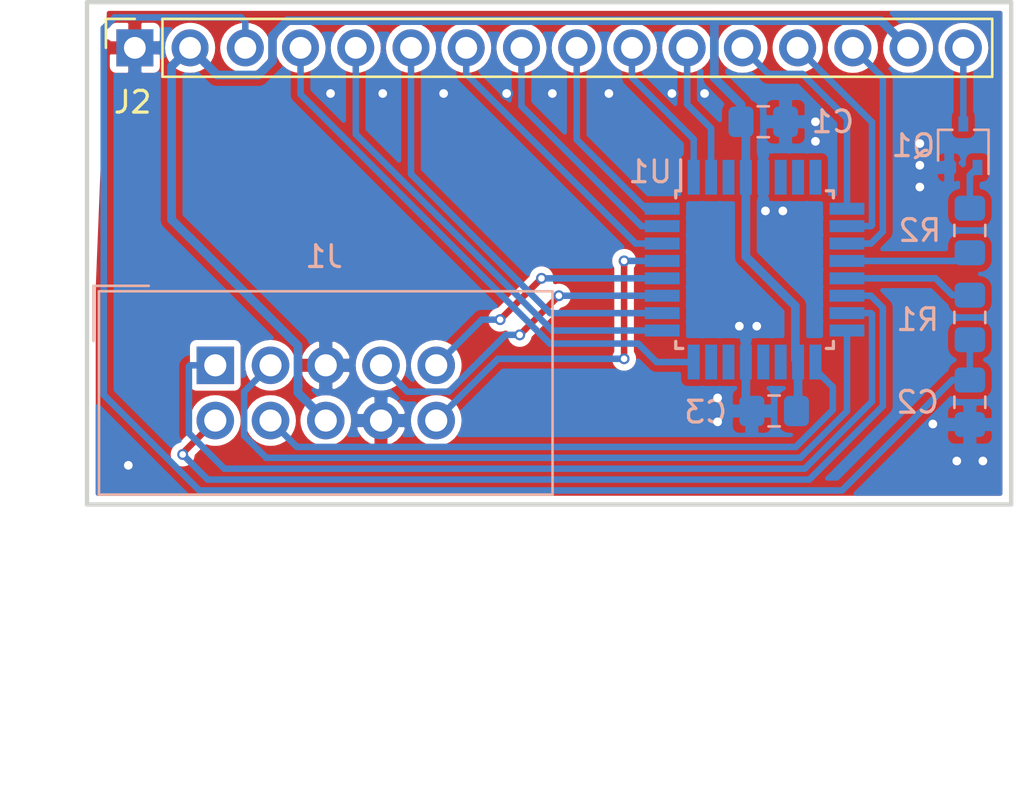
<source format=kicad_pcb>
(kicad_pcb (version 20171130) (host pcbnew "(5.1.4-0-10_14)")

  (general
    (thickness 1.6)
    (drawings 4)
    (tracks 169)
    (zones 0)
    (modules 9)
    (nets 26)
  )

  (page A4)
  (layers
    (0 F.Cu signal)
    (31 B.Cu signal)
    (32 B.Adhes user)
    (33 F.Adhes user)
    (34 B.Paste user)
    (35 F.Paste user)
    (36 B.SilkS user)
    (37 F.SilkS user)
    (38 B.Mask user)
    (39 F.Mask user)
    (40 Dwgs.User user)
    (41 Cmts.User user)
    (42 Eco1.User user)
    (43 Eco2.User user)
    (44 Edge.Cuts user)
    (45 Margin user)
    (46 B.CrtYd user)
    (47 F.CrtYd user)
    (48 B.Fab user)
    (49 F.Fab user)
  )

  (setup
    (last_trace_width 0.3)
    (trace_clearance 0.2)
    (zone_clearance 0.3)
    (zone_45_only no)
    (trace_min 0.2)
    (via_size 0.5)
    (via_drill 0.3)
    (via_min_size 0.5)
    (via_min_drill 0.3)
    (uvia_size 0.3)
    (uvia_drill 0.1)
    (uvias_allowed no)
    (uvia_min_size 0.2)
    (uvia_min_drill 0.1)
    (edge_width 0.05)
    (segment_width 0.2)
    (pcb_text_width 0.3)
    (pcb_text_size 1.5 1.5)
    (mod_edge_width 0.12)
    (mod_text_size 1 1)
    (mod_text_width 0.15)
    (pad_size 1.524 1.524)
    (pad_drill 0.762)
    (pad_to_mask_clearance 0.1)
    (solder_mask_min_width 0.25)
    (aux_axis_origin 0 0)
    (visible_elements FFFFFF7F)
    (pcbplotparams
      (layerselection 0x010fc_ffffffff)
      (usegerberextensions false)
      (usegerberattributes true)
      (usegerberadvancedattributes false)
      (creategerberjobfile false)
      (excludeedgelayer true)
      (linewidth 0.100000)
      (plotframeref false)
      (viasonmask false)
      (mode 1)
      (useauxorigin false)
      (hpglpennumber 1)
      (hpglpenspeed 20)
      (hpglpendiameter 15.000000)
      (psnegative false)
      (psa4output false)
      (plotreference true)
      (plotvalue true)
      (plotinvisibletext false)
      (padsonsilk false)
      (subtractmaskfromsilk false)
      (outputformat 1)
      (mirror false)
      (drillshape 0)
      (scaleselection 1)
      (outputdirectory "gerber/"))
  )

  (net 0 "")
  (net 1 VCC)
  (net 2 GND)
  (net 3 /RESET)
  (net 4 /SS)
  (net 5 /SDA)
  (net 6 /MOSI)
  (net 7 /SCL)
  (net 8 /MISO)
  (net 9 /SCK)
  (net 10 /RS)
  (net 11 /RW)
  (net 12 /E)
  (net 13 /D0)
  (net 14 /D1)
  (net 15 /D2)
  (net 16 /D3)
  (net 17 /D4)
  (net 18 /D5)
  (net 19 /D6)
  (net 20 /D7)
  (net 21 /BACKLIGHT)
  (net 22 /CON)
  (net 23 "Net-(Q1-Pad1)")
  (net 24 "Net-(R1-Pad2)")
  (net 25 "Net-(J2-Pad16)")

  (net_class Default "To jest domyślna klasa połączeń."
    (clearance 0.2)
    (trace_width 0.3)
    (via_dia 0.5)
    (via_drill 0.3)
    (uvia_dia 0.3)
    (uvia_drill 0.1)
    (diff_pair_width 0.3)
    (diff_pair_gap 0.25)
    (add_net /BACKLIGHT)
    (add_net /CON)
    (add_net /D0)
    (add_net /D1)
    (add_net /D2)
    (add_net /D3)
    (add_net /D4)
    (add_net /D5)
    (add_net /D6)
    (add_net /D7)
    (add_net /E)
    (add_net /MISO)
    (add_net /MOSI)
    (add_net /RESET)
    (add_net /RS)
    (add_net /RW)
    (add_net /SCK)
    (add_net /SCL)
    (add_net /SDA)
    (add_net /SS)
    (add_net "Net-(J2-Pad16)")
    (add_net "Net-(Q1-Pad1)")
    (add_net "Net-(R1-Pad2)")
  )

  (net_class GND ""
    (clearance 0.2)
    (trace_width 0.4)
    (via_dia 0.6)
    (via_drill 0.4)
    (uvia_dia 0.3)
    (uvia_drill 0.1)
    (diff_pair_width 0.3)
    (diff_pair_gap 0.25)
    (add_net GND)
  )

  (net_class VCC ""
    (clearance 0.2)
    (trace_width 0.4)
    (via_dia 0.6)
    (via_drill 0.4)
    (uvia_dia 0.3)
    (uvia_drill 0.1)
    (diff_pair_width 0.3)
    (diff_pair_gap 0.25)
    (add_net VCC)
  )

  (module Connector_IDC:IDC-Header_2x05_P2.54mm_Vertical (layer B.Cu) (tedit 59DE0611) (tstamp 5D9A8863)
    (at 121.8 76.7 270)
    (descr "Through hole straight IDC box header, 2x05, 2.54mm pitch, double rows")
    (tags "Through hole IDC box header THT 2x05 2.54mm double row")
    (path /5D9D2A15)
    (fp_text reference J1 (at -5 -5 180) (layer B.SilkS)
      (effects (font (size 1 1) (thickness 0.15)) (justify mirror))
    )
    (fp_text value DATA (at -4.94 -2.1 180) (layer B.Fab)
      (effects (font (size 1 1) (thickness 0.15)) (justify mirror))
    )
    (fp_text user %R (at 1.27 -5.08 90) (layer B.Fab)
      (effects (font (size 1 1) (thickness 0.15)) (justify mirror))
    )
    (fp_line (start 5.695 5.1) (end 5.695 -15.26) (layer B.Fab) (width 0.1))
    (fp_line (start 5.145 4.56) (end 5.145 -14.7) (layer B.Fab) (width 0.1))
    (fp_line (start -3.155 5.1) (end -3.155 -15.26) (layer B.Fab) (width 0.1))
    (fp_line (start -2.605 4.56) (end -2.605 -2.83) (layer B.Fab) (width 0.1))
    (fp_line (start -2.605 -7.33) (end -2.605 -14.7) (layer B.Fab) (width 0.1))
    (fp_line (start -2.605 -2.83) (end -3.155 -2.83) (layer B.Fab) (width 0.1))
    (fp_line (start -2.605 -7.33) (end -3.155 -7.33) (layer B.Fab) (width 0.1))
    (fp_line (start 5.695 5.1) (end -3.155 5.1) (layer B.Fab) (width 0.1))
    (fp_line (start 5.145 4.56) (end -2.605 4.56) (layer B.Fab) (width 0.1))
    (fp_line (start 5.695 -15.26) (end -3.155 -15.26) (layer B.Fab) (width 0.1))
    (fp_line (start 5.145 -14.7) (end -2.605 -14.7) (layer B.Fab) (width 0.1))
    (fp_line (start 5.695 5.1) (end 5.145 4.56) (layer B.Fab) (width 0.1))
    (fp_line (start 5.695 -15.26) (end 5.145 -14.7) (layer B.Fab) (width 0.1))
    (fp_line (start -3.155 5.1) (end -2.605 4.56) (layer B.Fab) (width 0.1))
    (fp_line (start -3.155 -15.26) (end -2.605 -14.7) (layer B.Fab) (width 0.1))
    (fp_line (start 5.95 5.35) (end 5.95 -15.51) (layer B.CrtYd) (width 0.05))
    (fp_line (start 5.95 -15.51) (end -3.41 -15.51) (layer B.CrtYd) (width 0.05))
    (fp_line (start -3.41 -15.51) (end -3.41 5.35) (layer B.CrtYd) (width 0.05))
    (fp_line (start -3.41 5.35) (end 5.95 5.35) (layer B.CrtYd) (width 0.05))
    (fp_line (start 5.945 5.35) (end 5.945 -15.51) (layer B.SilkS) (width 0.12))
    (fp_line (start 5.945 -15.51) (end -3.405 -15.51) (layer B.SilkS) (width 0.12))
    (fp_line (start -3.405 -15.51) (end -3.405 5.35) (layer B.SilkS) (width 0.12))
    (fp_line (start -3.405 5.35) (end 5.945 5.35) (layer B.SilkS) (width 0.12))
    (fp_line (start -3.655 5.6) (end -3.655 3.06) (layer B.SilkS) (width 0.12))
    (fp_line (start -3.655 5.6) (end -1.115 5.6) (layer B.SilkS) (width 0.12))
    (pad 1 thru_hole rect (at 0 0 270) (size 1.7272 1.7272) (drill 1.016) (layers *.Cu *.Mask)
      (net 6 /MOSI))
    (pad 2 thru_hole oval (at 2.54 0 270) (size 1.7272 1.7272) (drill 1.016) (layers *.Cu *.Mask)
      (net 4 /SS))
    (pad 3 thru_hole oval (at 0 -2.54 270) (size 1.7272 1.7272) (drill 1.016) (layers *.Cu *.Mask)
      (net 8 /MISO))
    (pad 4 thru_hole oval (at 2.54 -2.54 270) (size 1.7272 1.7272) (drill 1.016) (layers *.Cu *.Mask)
      (net 9 /SCK))
    (pad 5 thru_hole oval (at 0 -5.08 270) (size 1.7272 1.7272) (drill 1.016) (layers *.Cu *.Mask)
      (net 2 GND))
    (pad 6 thru_hole oval (at 2.54 -5.08 270) (size 1.7272 1.7272) (drill 1.016) (layers *.Cu *.Mask)
      (net 1 VCC))
    (pad 7 thru_hole oval (at 0 -7.62 270) (size 1.7272 1.7272) (drill 1.016) (layers *.Cu *.Mask)
      (net 5 /SDA))
    (pad 8 thru_hole oval (at 2.54 -7.62 270) (size 1.7272 1.7272) (drill 1.016) (layers *.Cu *.Mask)
      (net 2 GND))
    (pad 9 thru_hole oval (at 0 -10.16 270) (size 1.7272 1.7272) (drill 1.016) (layers *.Cu *.Mask)
      (net 7 /SCL))
    (pad 10 thru_hole oval (at 2.54 -10.16 270) (size 1.7272 1.7272) (drill 1.016) (layers *.Cu *.Mask)
      (net 3 /RESET))
    (model ${KISYS3DMOD}/Connector_IDC.3dshapes/IDC-Header_2x05_P2.54mm_Vertical.wrl
      (at (xyz 0 0 0))
      (scale (xyz 1 1 1))
      (rotate (xyz 0 0 0))
    )
  )

  (module Capacitor_SMD:C_0805_2012Metric_Pad1.15x1.40mm_HandSolder (layer B.Cu) (tedit 5B36C52B) (tstamp 5DA2AE87)
    (at 147 65.5)
    (descr "Capacitor SMD 0805 (2012 Metric), square (rectangular) end terminal, IPC_7351 nominal with elongated pad for handsoldering. (Body size source: https://docs.google.com/spreadsheets/d/1BsfQQcO9C6DZCsRaXUlFlo91Tg2WpOkGARC1WS5S8t0/edit?usp=sharing), generated with kicad-footprint-generator")
    (tags "capacitor handsolder")
    (path /5D9AF5CE)
    (attr smd)
    (fp_text reference C1 (at 3.2 0) (layer B.SilkS)
      (effects (font (size 1 1) (thickness 0.15)) (justify mirror))
    )
    (fp_text value 100n (at 0 -1.65) (layer B.Fab)
      (effects (font (size 1 1) (thickness 0.15)) (justify mirror))
    )
    (fp_line (start -1 -0.6) (end -1 0.6) (layer B.Fab) (width 0.1))
    (fp_line (start -1 0.6) (end 1 0.6) (layer B.Fab) (width 0.1))
    (fp_line (start 1 0.6) (end 1 -0.6) (layer B.Fab) (width 0.1))
    (fp_line (start 1 -0.6) (end -1 -0.6) (layer B.Fab) (width 0.1))
    (fp_line (start -0.261252 0.71) (end 0.261252 0.71) (layer B.SilkS) (width 0.12))
    (fp_line (start -0.261252 -0.71) (end 0.261252 -0.71) (layer B.SilkS) (width 0.12))
    (fp_line (start -1.85 -0.95) (end -1.85 0.95) (layer B.CrtYd) (width 0.05))
    (fp_line (start -1.85 0.95) (end 1.85 0.95) (layer B.CrtYd) (width 0.05))
    (fp_line (start 1.85 0.95) (end 1.85 -0.95) (layer B.CrtYd) (width 0.05))
    (fp_line (start 1.85 -0.95) (end -1.85 -0.95) (layer B.CrtYd) (width 0.05))
    (fp_text user %R (at 0 0) (layer B.Fab)
      (effects (font (size 0.5 0.5) (thickness 0.08)) (justify mirror))
    )
    (pad 1 smd roundrect (at -1.025 0) (size 1.15 1.4) (layers B.Cu B.Paste B.Mask) (roundrect_rratio 0.217391)
      (net 1 VCC))
    (pad 2 smd roundrect (at 1.025 0) (size 1.15 1.4) (layers B.Cu B.Paste B.Mask) (roundrect_rratio 0.217391)
      (net 2 GND))
    (model ${KISYS3DMOD}/Capacitor_SMD.3dshapes/C_0805_2012Metric.wrl
      (at (xyz 0 0 0))
      (scale (xyz 1 1 1))
      (rotate (xyz 0 0 0))
    )
  )

  (module Connector_PinSocket_2.54mm:PinSocket_1x16_P2.54mm_Vertical locked (layer F.Cu) (tedit 5A19A41E) (tstamp 5D9A5223)
    (at 118.1 62.1 90)
    (descr "Through hole straight socket strip, 1x16, 2.54mm pitch, single row (from Kicad 4.0.7), script generated")
    (tags "Through hole socket strip THT 1x16 2.54mm single row")
    (path /5D9A4D9A)
    (fp_text reference J2 (at -2.5 -0.1) (layer F.SilkS)
      (effects (font (size 1 1) (thickness 0.15)))
    )
    (fp_text value DISPLAY (at -2.9 -3.1 -180) (layer F.Fab)
      (effects (font (size 1 1) (thickness 0.15)))
    )
    (fp_line (start -1.27 -1.27) (end 0.635 -1.27) (layer F.Fab) (width 0.1))
    (fp_line (start 0.635 -1.27) (end 1.27 -0.635) (layer F.Fab) (width 0.1))
    (fp_line (start 1.27 -0.635) (end 1.27 39.37) (layer F.Fab) (width 0.1))
    (fp_line (start 1.27 39.37) (end -1.27 39.37) (layer F.Fab) (width 0.1))
    (fp_line (start -1.27 39.37) (end -1.27 -1.27) (layer F.Fab) (width 0.1))
    (fp_line (start -1.33 1.27) (end 1.33 1.27) (layer F.SilkS) (width 0.12))
    (fp_line (start -1.33 1.27) (end -1.33 39.43) (layer F.SilkS) (width 0.12))
    (fp_line (start -1.33 39.43) (end 1.33 39.43) (layer F.SilkS) (width 0.12))
    (fp_line (start 1.33 1.27) (end 1.33 39.43) (layer F.SilkS) (width 0.12))
    (fp_line (start 1.33 -1.33) (end 1.33 0) (layer F.SilkS) (width 0.12))
    (fp_line (start 0 -1.33) (end 1.33 -1.33) (layer F.SilkS) (width 0.12))
    (fp_line (start -1.8 -1.8) (end 1.75 -1.8) (layer F.CrtYd) (width 0.05))
    (fp_line (start 1.75 -1.8) (end 1.75 39.9) (layer F.CrtYd) (width 0.05))
    (fp_line (start 1.75 39.9) (end -1.8 39.9) (layer F.CrtYd) (width 0.05))
    (fp_line (start -1.8 39.9) (end -1.8 -1.8) (layer F.CrtYd) (width 0.05))
    (fp_text user %R (at 0 19.05 -180) (layer F.Fab)
      (effects (font (size 1 1) (thickness 0.15)))
    )
    (pad 1 thru_hole rect (at 0 0 90) (size 1.7 1.7) (drill 1) (layers *.Cu *.Mask)
      (net 2 GND))
    (pad 2 thru_hole oval (at 0 2.54 90) (size 1.7 1.7) (drill 1) (layers *.Cu *.Mask)
      (net 1 VCC))
    (pad 3 thru_hole oval (at 0 5.08 90) (size 1.7 1.7) (drill 1) (layers *.Cu *.Mask)
      (net 22 /CON))
    (pad 4 thru_hole oval (at 0 7.62 90) (size 1.7 1.7) (drill 1) (layers *.Cu *.Mask)
      (net 10 /RS))
    (pad 5 thru_hole oval (at 0 10.16 90) (size 1.7 1.7) (drill 1) (layers *.Cu *.Mask)
      (net 11 /RW))
    (pad 6 thru_hole oval (at 0 12.7 90) (size 1.7 1.7) (drill 1) (layers *.Cu *.Mask)
      (net 12 /E))
    (pad 7 thru_hole oval (at 0 15.24 90) (size 1.7 1.7) (drill 1) (layers *.Cu *.Mask)
      (net 13 /D0))
    (pad 8 thru_hole oval (at 0 17.78 90) (size 1.7 1.7) (drill 1) (layers *.Cu *.Mask)
      (net 14 /D1))
    (pad 9 thru_hole oval (at 0 20.32 90) (size 1.7 1.7) (drill 1) (layers *.Cu *.Mask)
      (net 15 /D2))
    (pad 10 thru_hole oval (at 0 22.86 90) (size 1.7 1.7) (drill 1) (layers *.Cu *.Mask)
      (net 16 /D3))
    (pad 11 thru_hole oval (at 0 25.4 90) (size 1.7 1.7) (drill 1) (layers *.Cu *.Mask)
      (net 17 /D4))
    (pad 12 thru_hole oval (at 0 27.94 90) (size 1.7 1.7) (drill 1) (layers *.Cu *.Mask)
      (net 18 /D5))
    (pad 13 thru_hole oval (at 0 30.48 90) (size 1.7 1.7) (drill 1) (layers *.Cu *.Mask)
      (net 19 /D6))
    (pad 14 thru_hole oval (at 0 33.02 90) (size 1.7 1.7) (drill 1) (layers *.Cu *.Mask)
      (net 20 /D7))
    (pad 15 thru_hole oval (at 0 35.56 90) (size 1.7 1.7) (drill 1) (layers *.Cu *.Mask)
      (net 1 VCC))
    (pad 16 thru_hole oval (at 0 38.1 90) (size 1.7 1.7) (drill 1) (layers *.Cu *.Mask)
      (net 25 "Net-(J2-Pad16)"))
    (model ${KISYS3DMOD}/Connector_PinSocket_2.54mm.3dshapes/PinSocket_1x16_P2.54mm_Vertical.wrl
      (at (xyz 0 0 0))
      (scale (xyz 1 1 1))
      (rotate (xyz 0 0 0))
    )
  )

  (module Package_QFP:TQFP-32_7x7mm_P0.8mm (layer B.Cu) (tedit 5A02F146) (tstamp 5D9A525A)
    (at 146.6 72.3 270)
    (descr "32-Lead Plastic Thin Quad Flatpack (PT) - 7x7x1.0 mm Body, 2.00 mm [TQFP] (see Microchip Packaging Specification 00000049BS.pdf)")
    (tags "QFP 0.8")
    (path /5D99FD6D)
    (attr smd)
    (fp_text reference U1 (at -4.5 4.8 180) (layer B.SilkS)
      (effects (font (size 1 1) (thickness 0.15)) (justify mirror))
    )
    (fp_text value ATmega328PB-AU (at 7.5 10.4 180) (layer B.Fab)
      (effects (font (size 1 1) (thickness 0.15)) (justify mirror))
    )
    (fp_text user %R (at 0 0 180) (layer B.Fab)
      (effects (font (size 1 1) (thickness 0.15)) (justify mirror))
    )
    (fp_line (start -2.5 3.5) (end 3.5 3.5) (layer B.Fab) (width 0.15))
    (fp_line (start 3.5 3.5) (end 3.5 -3.5) (layer B.Fab) (width 0.15))
    (fp_line (start 3.5 -3.5) (end -3.5 -3.5) (layer B.Fab) (width 0.15))
    (fp_line (start -3.5 -3.5) (end -3.5 2.5) (layer B.Fab) (width 0.15))
    (fp_line (start -3.5 2.5) (end -2.5 3.5) (layer B.Fab) (width 0.15))
    (fp_line (start -5.3 5.3) (end -5.3 -5.3) (layer B.CrtYd) (width 0.05))
    (fp_line (start 5.3 5.3) (end 5.3 -5.3) (layer B.CrtYd) (width 0.05))
    (fp_line (start -5.3 5.3) (end 5.3 5.3) (layer B.CrtYd) (width 0.05))
    (fp_line (start -5.3 -5.3) (end 5.3 -5.3) (layer B.CrtYd) (width 0.05))
    (fp_line (start -3.625 3.625) (end -3.625 3.4) (layer B.SilkS) (width 0.15))
    (fp_line (start 3.625 3.625) (end 3.625 3.3) (layer B.SilkS) (width 0.15))
    (fp_line (start 3.625 -3.625) (end 3.625 -3.3) (layer B.SilkS) (width 0.15))
    (fp_line (start -3.625 -3.625) (end -3.625 -3.3) (layer B.SilkS) (width 0.15))
    (fp_line (start -3.625 3.625) (end -3.3 3.625) (layer B.SilkS) (width 0.15))
    (fp_line (start -3.625 -3.625) (end -3.3 -3.625) (layer B.SilkS) (width 0.15))
    (fp_line (start 3.625 -3.625) (end 3.3 -3.625) (layer B.SilkS) (width 0.15))
    (fp_line (start 3.625 3.625) (end 3.3 3.625) (layer B.SilkS) (width 0.15))
    (fp_line (start -3.625 3.4) (end -5.05 3.4) (layer B.SilkS) (width 0.15))
    (pad 1 smd rect (at -4.25 2.8 270) (size 1.6 0.55) (layers B.Cu B.Paste B.Mask)
      (net 16 /D3))
    (pad 2 smd rect (at -4.25 2 270) (size 1.6 0.55) (layers B.Cu B.Paste B.Mask)
      (net 17 /D4))
    (pad 3 smd rect (at -4.25 1.2 270) (size 1.6 0.55) (layers B.Cu B.Paste B.Mask))
    (pad 4 smd rect (at -4.25 0.4 270) (size 1.6 0.55) (layers B.Cu B.Paste B.Mask)
      (net 1 VCC))
    (pad 5 smd rect (at -4.25 -0.4 270) (size 1.6 0.55) (layers B.Cu B.Paste B.Mask)
      (net 2 GND))
    (pad 6 smd rect (at -4.25 -1.2 270) (size 1.6 0.55) (layers B.Cu B.Paste B.Mask))
    (pad 7 smd rect (at -4.25 -2 270) (size 1.6 0.55) (layers B.Cu B.Paste B.Mask))
    (pad 8 smd rect (at -4.25 -2.8 270) (size 1.6 0.55) (layers B.Cu B.Paste B.Mask))
    (pad 9 smd rect (at -2.8 -4.25 180) (size 1.6 0.55) (layers B.Cu B.Paste B.Mask)
      (net 18 /D5))
    (pad 10 smd rect (at -2 -4.25 180) (size 1.6 0.55) (layers B.Cu B.Paste B.Mask)
      (net 19 /D6))
    (pad 11 smd rect (at -1.2 -4.25 180) (size 1.6 0.55) (layers B.Cu B.Paste B.Mask)
      (net 20 /D7))
    (pad 12 smd rect (at -0.4 -4.25 180) (size 1.6 0.55) (layers B.Cu B.Paste B.Mask)
      (net 21 /BACKLIGHT))
    (pad 13 smd rect (at 0.4 -4.25 180) (size 1.6 0.55) (layers B.Cu B.Paste B.Mask)
      (net 24 "Net-(R1-Pad2)"))
    (pad 14 smd rect (at 1.2 -4.25 180) (size 1.6 0.55) (layers B.Cu B.Paste B.Mask)
      (net 4 /SS))
    (pad 15 smd rect (at 2 -4.25 180) (size 1.6 0.55) (layers B.Cu B.Paste B.Mask)
      (net 6 /MOSI))
    (pad 16 smd rect (at 2.8 -4.25 180) (size 1.6 0.55) (layers B.Cu B.Paste B.Mask)
      (net 8 /MISO))
    (pad 17 smd rect (at 4.25 -2.8 270) (size 1.6 0.55) (layers B.Cu B.Paste B.Mask)
      (net 9 /SCK))
    (pad 18 smd rect (at 4.25 -2 270) (size 1.6 0.55) (layers B.Cu B.Paste B.Mask)
      (net 1 VCC))
    (pad 19 smd rect (at 4.25 -1.2 270) (size 1.6 0.55) (layers B.Cu B.Paste B.Mask))
    (pad 20 smd rect (at 4.25 -0.4 270) (size 1.6 0.55) (layers B.Cu B.Paste B.Mask))
    (pad 21 smd rect (at 4.25 0.4 270) (size 1.6 0.55) (layers B.Cu B.Paste B.Mask)
      (net 2 GND))
    (pad 22 smd rect (at 4.25 1.2 270) (size 1.6 0.55) (layers B.Cu B.Paste B.Mask))
    (pad 23 smd rect (at 4.25 2 270) (size 1.6 0.55) (layers B.Cu B.Paste B.Mask))
    (pad 24 smd rect (at 4.25 2.8 270) (size 1.6 0.55) (layers B.Cu B.Paste B.Mask)
      (net 10 /RS))
    (pad 25 smd rect (at 2.8 4.25 180) (size 1.6 0.55) (layers B.Cu B.Paste B.Mask)
      (net 11 /RW))
    (pad 26 smd rect (at 2 4.25 180) (size 1.6 0.55) (layers B.Cu B.Paste B.Mask)
      (net 12 /E))
    (pad 27 smd rect (at 1.2 4.25 180) (size 1.6 0.55) (layers B.Cu B.Paste B.Mask)
      (net 5 /SDA))
    (pad 28 smd rect (at 0.4 4.25 180) (size 1.6 0.55) (layers B.Cu B.Paste B.Mask)
      (net 7 /SCL))
    (pad 29 smd rect (at -0.4 4.25 180) (size 1.6 0.55) (layers B.Cu B.Paste B.Mask)
      (net 3 /RESET))
    (pad 30 smd rect (at -1.2 4.25 180) (size 1.6 0.55) (layers B.Cu B.Paste B.Mask)
      (net 13 /D0))
    (pad 31 smd rect (at -2 4.25 180) (size 1.6 0.55) (layers B.Cu B.Paste B.Mask)
      (net 14 /D1))
    (pad 32 smd rect (at -2.8 4.25 180) (size 1.6 0.55) (layers B.Cu B.Paste B.Mask)
      (net 15 /D2))
    (model ${KISYS3DMOD}/Package_QFP.3dshapes/TQFP-32_7x7mm_P0.8mm.wrl
      (at (xyz 0 0 0))
      (scale (xyz 1 1 1))
      (rotate (xyz 0 0 0))
    )
  )

  (module Capacitor_SMD:C_0805_2012Metric_Pad1.15x1.40mm_HandSolder (layer B.Cu) (tedit 5B36C52B) (tstamp 5D9A56C7)
    (at 147.5 78.8 180)
    (descr "Capacitor SMD 0805 (2012 Metric), square (rectangular) end terminal, IPC_7351 nominal with elongated pad for handsoldering. (Body size source: https://docs.google.com/spreadsheets/d/1BsfQQcO9C6DZCsRaXUlFlo91Tg2WpOkGARC1WS5S8t0/edit?usp=sharing), generated with kicad-footprint-generator")
    (tags "capacitor handsolder")
    (path /5DA01F98)
    (attr smd)
    (fp_text reference C3 (at 3.15 -0.0508) (layer B.SilkS)
      (effects (font (size 1 1) (thickness 0.15)) (justify mirror))
    )
    (fp_text value 100n (at 0 -1.65) (layer B.Fab)
      (effects (font (size 1 1) (thickness 0.15)) (justify mirror))
    )
    (fp_line (start -1 -0.6) (end -1 0.6) (layer B.Fab) (width 0.1))
    (fp_line (start -1 0.6) (end 1 0.6) (layer B.Fab) (width 0.1))
    (fp_line (start 1 0.6) (end 1 -0.6) (layer B.Fab) (width 0.1))
    (fp_line (start 1 -0.6) (end -1 -0.6) (layer B.Fab) (width 0.1))
    (fp_line (start -0.261252 0.71) (end 0.261252 0.71) (layer B.SilkS) (width 0.12))
    (fp_line (start -0.261252 -0.71) (end 0.261252 -0.71) (layer B.SilkS) (width 0.12))
    (fp_line (start -1.85 -0.95) (end -1.85 0.95) (layer B.CrtYd) (width 0.05))
    (fp_line (start -1.85 0.95) (end 1.85 0.95) (layer B.CrtYd) (width 0.05))
    (fp_line (start 1.85 0.95) (end 1.85 -0.95) (layer B.CrtYd) (width 0.05))
    (fp_line (start 1.85 -0.95) (end -1.85 -0.95) (layer B.CrtYd) (width 0.05))
    (fp_text user %R (at 0 -17.6) (layer F.Fab)
      (effects (font (size 0.5 0.5) (thickness 0.08)))
    )
    (pad 1 smd roundrect (at -1.025 0 180) (size 1.15 1.4) (layers B.Cu B.Paste B.Mask) (roundrect_rratio 0.217391)
      (net 1 VCC))
    (pad 2 smd roundrect (at 1.025 0 180) (size 1.15 1.4) (layers B.Cu B.Paste B.Mask) (roundrect_rratio 0.217391)
      (net 2 GND))
    (model ${KISYS3DMOD}/Capacitor_SMD.3dshapes/C_0805_2012Metric.wrl
      (at (xyz 0 0 0))
      (scale (xyz 1 1 1))
      (rotate (xyz 0 0 0))
    )
  )

  (module Capacitor_SMD:C_0805_2012Metric_Pad1.15x1.40mm_HandSolder (layer B.Cu) (tedit 5B36C52B) (tstamp 5DA12514)
    (at 156.5 78.4 90)
    (descr "Capacitor SMD 0805 (2012 Metric), square (rectangular) end terminal, IPC_7351 nominal with elongated pad for handsoldering. (Body size source: https://docs.google.com/spreadsheets/d/1BsfQQcO9C6DZCsRaXUlFlo91Tg2WpOkGARC1WS5S8t0/edit?usp=sharing), generated with kicad-footprint-generator")
    (tags "capacitor handsolder")
    (path /5D9C1F9E)
    (attr smd)
    (fp_text reference C2 (at 0 -2.4 180) (layer B.SilkS)
      (effects (font (size 1 1) (thickness 0.15)) (justify mirror))
    )
    (fp_text value 100n (at -3.7 -1.1 90) (layer B.Fab)
      (effects (font (size 1 1) (thickness 0.15)) (justify mirror))
    )
    (fp_line (start -1 -0.6) (end -1 0.6) (layer B.Fab) (width 0.1))
    (fp_line (start -1 0.6) (end 1 0.6) (layer B.Fab) (width 0.1))
    (fp_line (start 1 0.6) (end 1 -0.6) (layer B.Fab) (width 0.1))
    (fp_line (start 1 -0.6) (end -1 -0.6) (layer B.Fab) (width 0.1))
    (fp_line (start -0.261252 0.71) (end 0.261252 0.71) (layer B.SilkS) (width 0.12))
    (fp_line (start -0.261252 -0.71) (end 0.261252 -0.71) (layer B.SilkS) (width 0.12))
    (fp_line (start -1.85 -0.95) (end -1.85 0.95) (layer B.CrtYd) (width 0.05))
    (fp_line (start -1.85 0.95) (end 1.85 0.95) (layer B.CrtYd) (width 0.05))
    (fp_line (start 1.85 0.95) (end 1.85 -0.95) (layer B.CrtYd) (width 0.05))
    (fp_line (start 1.85 -0.95) (end -1.85 -0.95) (layer B.CrtYd) (width 0.05))
    (fp_text user %R (at 0 0 90) (layer B.Fab)
      (effects (font (size 0.5 0.5) (thickness 0.08)) (justify mirror))
    )
    (pad 1 smd roundrect (at -1.025 0 90) (size 1.15 1.4) (layers B.Cu B.Paste B.Mask) (roundrect_rratio 0.217391)
      (net 2 GND))
    (pad 2 smd roundrect (at 1.025 0 90) (size 1.15 1.4) (layers B.Cu B.Paste B.Mask) (roundrect_rratio 0.217391)
      (net 22 /CON))
    (model ${KISYS3DMOD}/Capacitor_SMD.3dshapes/C_0805_2012Metric.wrl
      (at (xyz 0 0 0))
      (scale (xyz 1 1 1))
      (rotate (xyz 0 0 0))
    )
  )

  (module Package_TO_SOT_SMD:SOT-323_SC-70 (layer B.Cu) (tedit 5A02FF57) (tstamp 5DA6267B)
    (at 156.2 66.6 90)
    (descr "SOT-323, SC-70")
    (tags "SOT-323 SC-70")
    (path /5D9BC10D)
    (attr smd)
    (fp_text reference Q1 (at 0 -2.3 180) (layer B.SilkS)
      (effects (font (size 1 1) (thickness 0.15)) (justify mirror))
    )
    (fp_text value BC817W (at -0.1 -3.6 90) (layer B.Fab)
      (effects (font (size 1 1) (thickness 0.15)) (justify mirror))
    )
    (fp_text user %R (at 0 0 180) (layer B.Fab)
      (effects (font (size 0.5 0.5) (thickness 0.075)) (justify mirror))
    )
    (fp_line (start 0.73 -0.5) (end 0.73 -1.16) (layer B.SilkS) (width 0.12))
    (fp_line (start 0.73 1.16) (end 0.73 0.5) (layer B.SilkS) (width 0.12))
    (fp_line (start 1.7 -1.3) (end -1.7 -1.3) (layer B.CrtYd) (width 0.05))
    (fp_line (start 1.7 1.3) (end 1.7 -1.3) (layer B.CrtYd) (width 0.05))
    (fp_line (start -1.7 1.3) (end 1.7 1.3) (layer B.CrtYd) (width 0.05))
    (fp_line (start -1.7 -1.3) (end -1.7 1.3) (layer B.CrtYd) (width 0.05))
    (fp_line (start 0.73 1.16) (end -1.3 1.16) (layer B.SilkS) (width 0.12))
    (fp_line (start -0.68 -1.16) (end 0.73 -1.16) (layer B.SilkS) (width 0.12))
    (fp_line (start 0.67 1.1) (end -0.18 1.1) (layer B.Fab) (width 0.1))
    (fp_line (start -0.68 0.6) (end -0.68 -1.1) (layer B.Fab) (width 0.1))
    (fp_line (start 0.67 1.1) (end 0.67 -1.1) (layer B.Fab) (width 0.1))
    (fp_line (start 0.67 -1.1) (end -0.68 -1.1) (layer B.Fab) (width 0.1))
    (fp_line (start -0.18 1.1) (end -0.68 0.6) (layer B.Fab) (width 0.1))
    (pad 1 smd rect (at -1 0.65 180) (size 0.45 0.7) (layers B.Cu B.Paste B.Mask)
      (net 23 "Net-(Q1-Pad1)"))
    (pad 2 smd rect (at -1 -0.65 180) (size 0.45 0.7) (layers B.Cu B.Paste B.Mask)
      (net 2 GND))
    (pad 3 smd rect (at 1 0 180) (size 0.45 0.7) (layers B.Cu B.Paste B.Mask)
      (net 25 "Net-(J2-Pad16)"))
    (model ${KISYS3DMOD}/Package_TO_SOT_SMD.3dshapes/SOT-323_SC-70.wrl
      (at (xyz 0 0 0))
      (scale (xyz 1 1 1))
      (rotate (xyz 0 0 0))
    )
  )

  (module Resistor_SMD:R_0805_2012Metric_Pad1.15x1.40mm_HandSolder (layer B.Cu) (tedit 5B36C52B) (tstamp 5DA1255A)
    (at 156.5 74.5 90)
    (descr "Resistor SMD 0805 (2012 Metric), square (rectangular) end terminal, IPC_7351 nominal with elongated pad for handsoldering. (Body size source: https://docs.google.com/spreadsheets/d/1BsfQQcO9C6DZCsRaXUlFlo91Tg2WpOkGARC1WS5S8t0/edit?usp=sharing), generated with kicad-footprint-generator")
    (tags "resistor handsolder")
    (path /5D9C1602)
    (attr smd)
    (fp_text reference R1 (at -0.1 -2.4 -180) (layer B.SilkS)
      (effects (font (size 1 1) (thickness 0.15)) (justify mirror))
    )
    (fp_text value 100 (at 1.5 -2.4 -180) (layer B.Fab)
      (effects (font (size 1 1) (thickness 0.15)) (justify mirror))
    )
    (fp_text user %R (at 0 0 -90) (layer B.Fab)
      (effects (font (size 0.5 0.5) (thickness 0.08)) (justify mirror))
    )
    (fp_line (start 1.85 -0.95) (end -1.85 -0.95) (layer B.CrtYd) (width 0.05))
    (fp_line (start 1.85 0.95) (end 1.85 -0.95) (layer B.CrtYd) (width 0.05))
    (fp_line (start -1.85 0.95) (end 1.85 0.95) (layer B.CrtYd) (width 0.05))
    (fp_line (start -1.85 -0.95) (end -1.85 0.95) (layer B.CrtYd) (width 0.05))
    (fp_line (start -0.261252 -0.71) (end 0.261252 -0.71) (layer B.SilkS) (width 0.12))
    (fp_line (start -0.261252 0.71) (end 0.261252 0.71) (layer B.SilkS) (width 0.12))
    (fp_line (start 1 -0.6) (end -1 -0.6) (layer B.Fab) (width 0.1))
    (fp_line (start 1 0.6) (end 1 -0.6) (layer B.Fab) (width 0.1))
    (fp_line (start -1 0.6) (end 1 0.6) (layer B.Fab) (width 0.1))
    (fp_line (start -1 -0.6) (end -1 0.6) (layer B.Fab) (width 0.1))
    (pad 2 smd roundrect (at 1.025 0 90) (size 1.15 1.4) (layers B.Cu B.Paste B.Mask) (roundrect_rratio 0.217391)
      (net 24 "Net-(R1-Pad2)"))
    (pad 1 smd roundrect (at -1.025 0 90) (size 1.15 1.4) (layers B.Cu B.Paste B.Mask) (roundrect_rratio 0.217391)
      (net 22 /CON))
    (model ${KISYS3DMOD}/Resistor_SMD.3dshapes/R_0805_2012Metric.wrl
      (at (xyz 0 0 0))
      (scale (xyz 1 1 1))
      (rotate (xyz 0 0 0))
    )
  )

  (module Resistor_SMD:R_0805_2012Metric_Pad1.15x1.40mm_HandSolder (layer B.Cu) (tedit 5B36C52B) (tstamp 5DA62647)
    (at 156.5 70.5 270)
    (descr "Resistor SMD 0805 (2012 Metric), square (rectangular) end terminal, IPC_7351 nominal with elongated pad for handsoldering. (Body size source: https://docs.google.com/spreadsheets/d/1BsfQQcO9C6DZCsRaXUlFlo91Tg2WpOkGARC1WS5S8t0/edit?usp=sharing), generated with kicad-footprint-generator")
    (tags "resistor handsolder")
    (path /5D9BB600)
    (attr smd)
    (fp_text reference R2 (at 0 2.3 180) (layer B.SilkS)
      (effects (font (size 1 1) (thickness 0.15)) (justify mirror))
    )
    (fp_text value 2.2k (at 0 -1.65 90) (layer B.Fab)
      (effects (font (size 1 1) (thickness 0.15)) (justify mirror))
    )
    (fp_line (start -1 -0.6) (end -1 0.6) (layer B.Fab) (width 0.1))
    (fp_line (start -1 0.6) (end 1 0.6) (layer B.Fab) (width 0.1))
    (fp_line (start 1 0.6) (end 1 -0.6) (layer B.Fab) (width 0.1))
    (fp_line (start 1 -0.6) (end -1 -0.6) (layer B.Fab) (width 0.1))
    (fp_line (start -0.261252 0.71) (end 0.261252 0.71) (layer B.SilkS) (width 0.12))
    (fp_line (start -0.261252 -0.71) (end 0.261252 -0.71) (layer B.SilkS) (width 0.12))
    (fp_line (start -1.85 -0.95) (end -1.85 0.95) (layer B.CrtYd) (width 0.05))
    (fp_line (start -1.85 0.95) (end 1.85 0.95) (layer B.CrtYd) (width 0.05))
    (fp_line (start 1.85 0.95) (end 1.85 -0.95) (layer B.CrtYd) (width 0.05))
    (fp_line (start 1.85 -0.95) (end -1.85 -0.95) (layer B.CrtYd) (width 0.05))
    (fp_text user %R (at 0 0 90) (layer B.Fab)
      (effects (font (size 0.5 0.5) (thickness 0.08)) (justify mirror))
    )
    (pad 1 smd roundrect (at -1.025 0 270) (size 1.15 1.4) (layers B.Cu B.Paste B.Mask) (roundrect_rratio 0.217391)
      (net 23 "Net-(Q1-Pad1)"))
    (pad 2 smd roundrect (at 1.025 0 270) (size 1.15 1.4) (layers B.Cu B.Paste B.Mask) (roundrect_rratio 0.217391)
      (net 21 /BACKLIGHT))
    (model ${KISYS3DMOD}/Resistor_SMD.3dshapes/R_0805_2012Metric.wrl
      (at (xyz 0 0 0))
      (scale (xyz 1 1 1))
      (rotate (xyz 0 0 0))
    )
  )

  (gr_line (start 115.9 83.1) (end 115.9 60) (layer Edge.Cuts) (width 0.2) (tstamp 5D9A721E))
  (gr_line (start 158.4 83.1) (end 115.9 83.1) (layer Edge.Cuts) (width 0.2))
  (gr_line (start 158.4 60) (end 158.4 83.1) (layer Edge.Cuts) (width 0.2) (tstamp 5DA62635))
  (gr_line (start 115.9 60) (end 158.4 60) (layer Edge.Cuts) (width 0.2))

  (segment (start 146.2 65.575) (end 146.275 65.5) (width 0.4) (layer B.Cu) (net 1))
  (segment (start 146.2 68.05) (end 146.2 65.575) (width 0.4) (layer B.Cu) (net 1))
  (segment (start 148.6 78.725) (end 148.525 78.8) (width 0.4) (layer B.Cu) (net 1))
  (segment (start 148.6 76.55) (end 148.6 78.725) (width 0.4) (layer B.Cu) (net 1))
  (segment (start 153.66 62.1) (end 152.409999 60.849999) (width 0.4) (layer B.Cu) (net 1))
  (segment (start 152.409999 60.849999) (end 144.750001 60.849999) (width 0.4) (layer B.Cu) (net 1))
  (segment (start 144.750001 63.475001) (end 144.750001 60.849999) (width 0.4) (layer B.Cu) (net 1))
  (segment (start 145.975 64.7) (end 144.750001 63.475001) (width 0.4) (layer B.Cu) (net 1))
  (segment (start 145.975 65.5) (end 145.975 64.7) (width 0.4) (layer B.Cu) (net 1))
  (segment (start 119.790001 62.949999) (end 120.64 62.1) (width 0.4) (layer B.Cu) (net 1))
  (segment (start 120.6064 70.816399) (end 119.790001 70) (width 0.4) (layer B.Cu) (net 1))
  (segment (start 120.616399 70.816399) (end 120.6064 70.816399) (width 0.4) (layer B.Cu) (net 1))
  (segment (start 125.603601 75.803601) (end 120.616399 70.816399) (width 0.4) (layer B.Cu) (net 1))
  (segment (start 125.6 77.96) (end 125.6 77.635065) (width 0.4) (layer B.Cu) (net 1))
  (segment (start 125.603601 77.631464) (end 125.603601 75.803601) (width 0.4) (layer B.Cu) (net 1))
  (segment (start 125.6 77.635065) (end 125.603601 77.631464) (width 0.4) (layer B.Cu) (net 1))
  (segment (start 119.790001 70) (end 119.790001 62.949999) (width 0.4) (layer B.Cu) (net 1))
  (segment (start 126.88 79.24) (end 125.6 77.96) (width 0.4) (layer B.Cu) (net 1))
  (segment (start 146.2 69.045002) (end 146.2 68.05) (width 0.4) (layer B.Cu) (net 1))
  (segment (start 148.475001 73.975001) (end 146.2 71.7) (width 0.4) (layer B.Cu) (net 1))
  (segment (start 148.475001 76.425001) (end 148.475001 73.975001) (width 0.4) (layer B.Cu) (net 1))
  (segment (start 146.2 71.7) (end 146.2 69.045002) (width 0.4) (layer B.Cu) (net 1))
  (segment (start 148.6 76.55) (end 148.475001 76.425001) (width 0.4) (layer B.Cu) (net 1))
  (segment (start 125.119999 60.849999) (end 144.750001 60.849999) (width 0.4) (layer B.Cu) (net 1))
  (segment (start 124.430001 61.539997) (end 125.119999 60.849999) (width 0.4) (layer B.Cu) (net 1))
  (segment (start 121.890001 63.350001) (end 123.780001 63.350001) (width 0.4) (layer B.Cu) (net 1))
  (segment (start 124.430001 62.700001) (end 124.430001 61.539997) (width 0.4) (layer B.Cu) (net 1))
  (segment (start 123.780001 63.350001) (end 124.430001 62.700001) (width 0.4) (layer B.Cu) (net 1))
  (segment (start 120.64 62.1) (end 121.890001 63.350001) (width 0.4) (layer B.Cu) (net 1))
  (via (at 154.2 66.5) (size 0.6) (drill 0.4) (layers F.Cu B.Cu) (net 2))
  (via (at 149.4 65.5) (size 0.6) (drill 0.4) (layers F.Cu B.Cu) (net 2))
  (segment (start 146.2 78.525) (end 146.475 78.8) (width 0.4) (layer B.Cu) (net 2))
  (segment (start 146.2 76.55) (end 146.2 78.525) (width 0.4) (layer B.Cu) (net 2))
  (via (at 147.1 69.6) (size 0.6) (drill 0.4) (layers F.Cu B.Cu) (net 2))
  (via (at 147.9 69.6) (size 0.6) (drill 0.4) (layers F.Cu B.Cu) (net 2))
  (via (at 145.9 74.9) (size 0.6) (drill 0.4) (layers F.Cu B.Cu) (net 2))
  (via (at 146.7 74.9) (size 0.6) (drill 0.4) (layers F.Cu B.Cu) (net 2))
  (via (at 127.1 64.2) (size 0.6) (drill 0.4) (layers F.Cu B.Cu) (net 2))
  (via (at 129.5 64.2) (size 0.6) (drill 0.4) (layers F.Cu B.Cu) (net 2))
  (via (at 132.3 64.2) (size 0.6) (drill 0.4) (layers F.Cu B.Cu) (net 2))
  (via (at 135.2 64.2) (size 0.6) (drill 0.4) (layers F.Cu B.Cu) (net 2))
  (via (at 137.3 64.2) (size 0.6) (drill 0.4) (layers F.Cu B.Cu) (net 2))
  (via (at 139.9 64.2) (size 0.6) (drill 0.4) (layers F.Cu B.Cu) (net 2))
  (via (at 142.8 64.2) (size 0.6) (drill 0.4) (layers F.Cu B.Cu) (net 2))
  (via (at 144.3 64.2) (size 0.6) (drill 0.4) (layers F.Cu B.Cu) (net 2))
  (via (at 154.2 67.5) (size 0.6) (drill 0.4) (layers F.Cu B.Cu) (net 2))
  (via (at 154.2 68.5) (size 0.6) (drill 0.4) (layers F.Cu B.Cu) (net 2))
  (via (at 157.1 81.1) (size 0.6) (drill 0.4) (layers F.Cu B.Cu) (net 2))
  (via (at 155.9 81.1) (size 0.6) (drill 0.4) (layers F.Cu B.Cu) (net 2))
  (via (at 154.8 79.4) (size 0.6) (drill 0.4) (layers F.Cu B.Cu) (net 2))
  (via (at 144.9 78.2) (size 0.6) (drill 0.4) (layers F.Cu B.Cu) (net 2))
  (via (at 144.9 79.3) (size 0.6) (drill 0.4) (layers F.Cu B.Cu) (net 2))
  (via (at 149.4 66.4) (size 0.6) (drill 0.4) (layers F.Cu B.Cu) (net 2))
  (via (at 117.8 81.3) (size 0.6) (drill 0.4) (layers F.Cu B.Cu) (net 2))
  (via (at 140.6 71.9) (size 0.5) (drill 0.3) (layers F.Cu B.Cu) (net 3))
  (segment (start 140.6 71.9) (end 142.35 71.9) (width 0.3) (layer B.Cu) (net 3))
  (via (at 140.6 76.400002) (size 0.5) (drill 0.3) (layers F.Cu B.Cu) (net 3))
  (segment (start 140.6 71.9) (end 140.6 76.400002) (width 0.3) (layer F.Cu) (net 3))
  (segment (start 140.246447 76.400002) (end 140.6 76.400002) (width 0.3) (layer B.Cu) (net 3))
  (segment (start 131.96 79.24) (end 134.799998 76.400002) (width 0.3) (layer B.Cu) (net 3))
  (segment (start 134.799998 76.400002) (end 140.246447 76.400002) (width 0.3) (layer B.Cu) (net 3))
  (segment (start 149.116275 81.953631) (end 121.453631 81.953631) (width 0.3) (layer B.Cu) (net 4))
  (segment (start 152.500011 78.569895) (end 149.116275 81.953631) (width 0.3) (layer B.Cu) (net 4))
  (segment (start 151.95 73.5) (end 152.500011 74.050011) (width 0.3) (layer B.Cu) (net 4))
  (via (at 120.3 80.8) (size 0.5) (drill 0.3) (layers F.Cu B.Cu) (net 4))
  (segment (start 152.500011 74.050011) (end 152.500011 78.569895) (width 0.3) (layer B.Cu) (net 4))
  (segment (start 121.453631 81.953631) (end 120.3 80.8) (width 0.3) (layer B.Cu) (net 4))
  (segment (start 150.85 73.5) (end 151.95 73.5) (width 0.3) (layer B.Cu) (net 4))
  (segment (start 120.3 80.74) (end 121.8 79.24) (width 0.3) (layer F.Cu) (net 4))
  (segment (start 120.3 80.8) (end 120.3 80.74) (width 0.3) (layer F.Cu) (net 4))
  (via (at 137.6 73.5) (size 0.5) (drill 0.3) (layers F.Cu B.Cu) (net 5))
  (segment (start 142.35 73.5) (end 137.6 73.5) (width 0.3) (layer B.Cu) (net 5))
  (via (at 135.8 75.3) (size 0.5) (drill 0.3) (layers F.Cu B.Cu) (net 5))
  (segment (start 137.6 73.5) (end 135.8 75.3) (width 0.3) (layer F.Cu) (net 5))
  (segment (start 130.283599 77.563599) (end 129.42 76.7) (width 0.3) (layer B.Cu) (net 5))
  (segment (start 130.633601 77.913601) (end 130.283599 77.563599) (width 0.3) (layer B.Cu) (net 5))
  (segment (start 132.542529 77.913601) (end 130.633601 77.913601) (width 0.3) (layer B.Cu) (net 5))
  (segment (start 135.15613 75.3) (end 132.542529 77.913601) (width 0.3) (layer B.Cu) (net 5))
  (segment (start 135.8 75.3) (end 135.15613 75.3) (width 0.3) (layer B.Cu) (net 5))
  (segment (start 120.586399 79.822529) (end 120.586399 76.750001) (width 0.3) (layer B.Cu) (net 6))
  (segment (start 120.6364 76.7) (end 121.8 76.7) (width 0.3) (layer B.Cu) (net 6))
  (segment (start 120.586399 76.750001) (end 120.6364 76.7) (width 0.3) (layer B.Cu) (net 6))
  (segment (start 122.217491 81.453621) (end 120.586399 79.822529) (width 0.3) (layer B.Cu) (net 6))
  (segment (start 148.909165 81.453621) (end 122.217491 81.453621) (width 0.3) (layer B.Cu) (net 6))
  (segment (start 152.000001 78.362785) (end 148.909165 81.453621) (width 0.3) (layer B.Cu) (net 6))
  (segment (start 152.000001 74.350001) (end 152.000001 78.362785) (width 0.3) (layer B.Cu) (net 6))
  (segment (start 151.95 74.3) (end 152.000001 74.350001) (width 0.3) (layer B.Cu) (net 6))
  (segment (start 150.85 74.3) (end 151.95 74.3) (width 0.3) (layer B.Cu) (net 6))
  (via (at 136.8 72.7) (size 0.5) (drill 0.3) (layers F.Cu B.Cu) (net 7))
  (segment (start 142.35 72.7) (end 136.8 72.7) (width 0.3) (layer B.Cu) (net 7))
  (via (at 134.9 74.6) (size 0.5) (drill 0.3) (layers F.Cu B.Cu) (net 7))
  (segment (start 136.8 72.7) (end 134.9 74.6) (width 0.3) (layer F.Cu) (net 7))
  (segment (start 134.06 74.6) (end 131.96 76.7) (width 0.3) (layer B.Cu) (net 7))
  (segment (start 134.9 74.6) (end 134.06 74.6) (width 0.3) (layer B.Cu) (net 7))
  (segment (start 123.476401 77.563599) (end 124.34 76.7) (width 0.3) (layer B.Cu) (net 8))
  (segment (start 123.126399 79.935327) (end 123.126399 77.913601) (width 0.3) (layer B.Cu) (net 8))
  (segment (start 123.126399 77.913601) (end 123.476401 77.563599) (width 0.3) (layer B.Cu) (net 8))
  (segment (start 124.144683 80.953611) (end 123.126399 79.935327) (width 0.3) (layer B.Cu) (net 8))
  (segment (start 148.702055 80.953611) (end 124.144683 80.953611) (width 0.3) (layer B.Cu) (net 8))
  (segment (start 150.85 78.805666) (end 148.702055 80.953611) (width 0.3) (layer B.Cu) (net 8))
  (segment (start 150.85 75.1) (end 150.85 78.805666) (width 0.3) (layer B.Cu) (net 8))
  (segment (start 149.4 76.9) (end 150.2 77.7) (width 0.3) (layer B.Cu) (net 9))
  (segment (start 149.4 76.55) (end 149.4 76.9) (width 0.3) (layer B.Cu) (net 9))
  (segment (start 125.203599 80.103599) (end 124.34 79.24) (width 0.3) (layer B.Cu) (net 9))
  (segment (start 125.553601 80.453601) (end 125.203599 80.103599) (width 0.3) (layer B.Cu) (net 9))
  (segment (start 148.494945 80.453601) (end 125.553601 80.453601) (width 0.3) (layer B.Cu) (net 9))
  (segment (start 150.2 78.748546) (end 148.494945 80.453601) (width 0.3) (layer B.Cu) (net 9))
  (segment (start 150.2 77.7) (end 150.2 78.748546) (width 0.3) (layer B.Cu) (net 9))
  (segment (start 141.244998 75.7) (end 137.18576 75.7) (width 0.3) (layer B.Cu) (net 10))
  (segment (start 143.8 76.55) (end 142.094998 76.55) (width 0.3) (layer B.Cu) (net 10))
  (segment (start 137.18576 75.7) (end 125.72 64.23424) (width 0.3) (layer B.Cu) (net 10))
  (segment (start 142.094998 76.55) (end 141.244998 75.7) (width 0.3) (layer B.Cu) (net 10))
  (segment (start 125.72 63.302081) (end 125.72 62.1) (width 0.3) (layer B.Cu) (net 10))
  (segment (start 125.72 64.23424) (end 125.72 63.302081) (width 0.3) (layer B.Cu) (net 10))
  (segment (start 128.26 63.302081) (end 128.26 62.1) (width 0.3) (layer B.Cu) (net 11))
  (segment (start 128.26 66.06712) (end 128.26 63.302081) (width 0.3) (layer B.Cu) (net 11))
  (segment (start 137.29288 75.1) (end 128.26 66.06712) (width 0.3) (layer B.Cu) (net 11))
  (segment (start 142.35 75.1) (end 137.29288 75.1) (width 0.3) (layer B.Cu) (net 11))
  (segment (start 142.35 74.3) (end 137.2 74.3) (width 0.3) (layer B.Cu) (net 12))
  (segment (start 130.8 67.9) (end 130.8 62.1) (width 0.3) (layer B.Cu) (net 12))
  (segment (start 137.2 74.3) (end 130.8 67.9) (width 0.3) (layer B.Cu) (net 12))
  (segment (start 133.34 63.302081) (end 133.34 62.1) (width 0.3) (layer B.Cu) (net 13))
  (segment (start 141.137919 71.1) (end 133.34 63.302081) (width 0.3) (layer B.Cu) (net 13))
  (segment (start 142.35 71.1) (end 141.137919 71.1) (width 0.3) (layer B.Cu) (net 13))
  (segment (start 135.88 63.302081) (end 135.88 62.1) (width 0.3) (layer B.Cu) (net 14))
  (segment (start 135.88 64.78) (end 135.88 63.302081) (width 0.3) (layer B.Cu) (net 14))
  (segment (start 141.4 70.3) (end 135.88 64.78) (width 0.3) (layer B.Cu) (net 14))
  (segment (start 142.35 70.3) (end 141.4 70.3) (width 0.3) (layer B.Cu) (net 14))
  (segment (start 138.42 66.32) (end 138.42 62.1) (width 0.3) (layer B.Cu) (net 15))
  (segment (start 141.6 69.5) (end 138.42 66.32) (width 0.3) (layer B.Cu) (net 15))
  (segment (start 142.35 69.5) (end 141.6 69.5) (width 0.3) (layer B.Cu) (net 15))
  (segment (start 140.96 63.46) (end 140.96 62.1) (width 0.3) (layer B.Cu) (net 16))
  (segment (start 143.8 66.3) (end 140.96 63.46) (width 0.3) (layer B.Cu) (net 16))
  (segment (start 143.8 68.05) (end 143.8 66.3) (width 0.3) (layer B.Cu) (net 16))
  (segment (start 143.5 64.7) (end 143.5 62.1) (width 0.3) (layer B.Cu) (net 17))
  (segment (start 144.6 65.8) (end 143.5 64.7) (width 0.3) (layer B.Cu) (net 17))
  (segment (start 144.6 68.05) (end 144.6 65.8) (width 0.3) (layer B.Cu) (net 17))
  (segment (start 147.240001 63.300001) (end 146.04 62.1) (width 0.3) (layer B.Cu) (net 18))
  (segment (start 148.800001 63.300001) (end 147.240001 63.300001) (width 0.3) (layer B.Cu) (net 18))
  (segment (start 150.85 65.35) (end 148.800001 63.300001) (width 0.3) (layer B.Cu) (net 18))
  (segment (start 150.85 69.5) (end 150.85 65.35) (width 0.3) (layer B.Cu) (net 18))
  (segment (start 152.000001 70.249999) (end 151.95 70.3) (width 0.3) (layer B.Cu) (net 19))
  (segment (start 151.95 70.3) (end 150.85 70.3) (width 0.3) (layer B.Cu) (net 19))
  (segment (start 152.000001 65.520001) (end 152.000001 70.249999) (width 0.3) (layer B.Cu) (net 19))
  (segment (start 148.58 62.1) (end 152.000001 65.520001) (width 0.3) (layer B.Cu) (net 19))
  (segment (start 151.969999 62.949999) (end 151.12 62.1) (width 0.3) (layer B.Cu) (net 20))
  (segment (start 151.95 71.1) (end 152.500011 70.549989) (width 0.3) (layer B.Cu) (net 20))
  (segment (start 152.500011 63.480011) (end 151.969999 62.949999) (width 0.3) (layer B.Cu) (net 20))
  (segment (start 152.500011 70.549989) (end 152.500011 63.480011) (width 0.3) (layer B.Cu) (net 20))
  (segment (start 150.85 71.1) (end 151.95 71.1) (width 0.3) (layer B.Cu) (net 20))
  (segment (start 156.125 71.9) (end 156.5 71.525) (width 0.3) (layer B.Cu) (net 21))
  (segment (start 150.85 71.9) (end 156.125 71.9) (width 0.3) (layer B.Cu) (net 21))
  (segment (start 123.18 60.897919) (end 122.982081 60.7) (width 0.3) (layer B.Cu) (net 22))
  (segment (start 123.18 62.1) (end 123.18 60.897919) (width 0.3) (layer B.Cu) (net 22))
  (segment (start 117.169998 60.7) (end 116.669998 61.2) (width 0.3) (layer B.Cu) (net 22))
  (segment (start 122.982081 60.7) (end 117.169998 60.7) (width 0.3) (layer B.Cu) (net 22))
  (segment (start 121.065639 82.453641) (end 150.621359 82.453641) (width 0.3) (layer B.Cu) (net 22))
  (segment (start 155.7 77.375) (end 156.5 77.375) (width 0.3) (layer B.Cu) (net 22))
  (segment (start 150.621359 82.453641) (end 155.7 77.375) (width 0.3) (layer B.Cu) (net 22))
  (segment (start 116.669998 78.058) (end 121.065639 82.453641) (width 0.3) (layer B.Cu) (net 22))
  (segment (start 116.669998 61.2) (end 116.669998 78.058) (width 0.3) (layer B.Cu) (net 22))
  (segment (start 156.5 75.525) (end 156.5 77.375) (width 0.3) (layer B.Cu) (net 22))
  (segment (start 156.5 67.95) (end 156.85 67.6) (width 0.3) (layer B.Cu) (net 23))
  (segment (start 156.5 69.475) (end 156.5 67.95) (width 0.3) (layer B.Cu) (net 23))
  (segment (start 151.95 72.7) (end 150.85 72.7) (width 0.3) (layer B.Cu) (net 24))
  (segment (start 154.925 72.7) (end 151.95 72.7) (width 0.3) (layer B.Cu) (net 24))
  (segment (start 155.7 73.475) (end 154.925 72.7) (width 0.3) (layer B.Cu) (net 24))
  (segment (start 156.5 73.475) (end 155.7 73.475) (width 0.3) (layer B.Cu) (net 24))
  (segment (start 156.2 65.6) (end 156.2 62.1) (width 0.3) (layer B.Cu) (net 25))

  (zone (net 2) (net_name GND) (layer F.Cu) (tstamp 5DA37942) (hatch edge 0.508)
    (connect_pads (clearance 0.3))
    (min_thickness 0.2)
    (fill yes (arc_segments 32) (thermal_gap 0.3) (thermal_bridge_width 0.6))
    (polygon
      (pts
        (xy 116.83001 60) (xy 158.4 60) (xy 158.4 83.1) (xy 115.9 83.1)
      )
    )
    (filled_polygon
      (pts
        (xy 157.900001 82.6) (xy 116.4 82.6) (xy 116.4 80.735981) (xy 119.65 80.735981) (xy 119.65 80.864019)
        (xy 119.674979 80.989598) (xy 119.723978 81.10789) (xy 119.795112 81.214351) (xy 119.885649 81.304888) (xy 119.99211 81.376022)
        (xy 120.110402 81.425021) (xy 120.235981 81.45) (xy 120.364019 81.45) (xy 120.489598 81.425021) (xy 120.60789 81.376022)
        (xy 120.714351 81.304888) (xy 120.804888 81.214351) (xy 120.876022 81.10789) (xy 120.925021 80.989598) (xy 120.949057 80.86876)
        (xy 121.383655 80.434162) (xy 121.552291 80.485317) (xy 121.737923 80.5036) (xy 121.862077 80.5036) (xy 122.047709 80.485317)
        (xy 122.285899 80.413063) (xy 122.505415 80.295729) (xy 122.697823 80.137823) (xy 122.855729 79.945415) (xy 122.973063 79.725899)
        (xy 123.045317 79.487709) (xy 123.069714 79.24) (xy 123.070286 79.24) (xy 123.094683 79.487709) (xy 123.166937 79.725899)
        (xy 123.284271 79.945415) (xy 123.442177 80.137823) (xy 123.634585 80.295729) (xy 123.854101 80.413063) (xy 124.092291 80.485317)
        (xy 124.277923 80.5036) (xy 124.402077 80.5036) (xy 124.587709 80.485317) (xy 124.825899 80.413063) (xy 125.045415 80.295729)
        (xy 125.237823 80.137823) (xy 125.395729 79.945415) (xy 125.513063 79.725899) (xy 125.585317 79.487709) (xy 125.609714 79.24)
        (xy 125.610286 79.24) (xy 125.634683 79.487709) (xy 125.706937 79.725899) (xy 125.824271 79.945415) (xy 125.982177 80.137823)
        (xy 126.174585 80.295729) (xy 126.394101 80.413063) (xy 126.632291 80.485317) (xy 126.817923 80.5036) (xy 126.942077 80.5036)
        (xy 127.127709 80.485317) (xy 127.365899 80.413063) (xy 127.585415 80.295729) (xy 127.777823 80.137823) (xy 127.935729 79.945415)
        (xy 128.053063 79.725899) (xy 128.081329 79.632718) (xy 128.218967 79.632718) (xy 128.31866 79.859482) (xy 128.460677 80.06244)
        (xy 128.63956 80.233792) (xy 128.848435 80.366953) (xy 129.027283 80.441024) (xy 129.22 80.386283) (xy 129.22 79.44)
        (xy 129.62 79.44) (xy 129.62 80.386283) (xy 129.812717 80.441024) (xy 129.991565 80.366953) (xy 130.20044 80.233792)
        (xy 130.379323 80.06244) (xy 130.52134 79.859482) (xy 130.621033 79.632718) (xy 130.567681 79.44) (xy 129.62 79.44)
        (xy 129.22 79.44) (xy 128.272319 79.44) (xy 128.218967 79.632718) (xy 128.081329 79.632718) (xy 128.125317 79.487709)
        (xy 128.149714 79.24) (xy 130.690286 79.24) (xy 130.714683 79.487709) (xy 130.786937 79.725899) (xy 130.904271 79.945415)
        (xy 131.062177 80.137823) (xy 131.254585 80.295729) (xy 131.474101 80.413063) (xy 131.712291 80.485317) (xy 131.897923 80.5036)
        (xy 132.022077 80.5036) (xy 132.207709 80.485317) (xy 132.445899 80.413063) (xy 132.665415 80.295729) (xy 132.857823 80.137823)
        (xy 133.015729 79.945415) (xy 133.133063 79.725899) (xy 133.205317 79.487709) (xy 133.229714 79.24) (xy 133.205317 78.992291)
        (xy 133.133063 78.754101) (xy 133.015729 78.534585) (xy 132.857823 78.342177) (xy 132.665415 78.184271) (xy 132.445899 78.066937)
        (xy 132.207709 77.994683) (xy 132.022077 77.9764) (xy 131.897923 77.9764) (xy 131.712291 77.994683) (xy 131.474101 78.066937)
        (xy 131.254585 78.184271) (xy 131.062177 78.342177) (xy 130.904271 78.534585) (xy 130.786937 78.754101) (xy 130.714683 78.992291)
        (xy 130.690286 79.24) (xy 128.149714 79.24) (xy 128.125317 78.992291) (xy 128.08133 78.847282) (xy 128.218967 78.847282)
        (xy 128.272319 79.04) (xy 129.22 79.04) (xy 129.22 78.093717) (xy 129.62 78.093717) (xy 129.62 79.04)
        (xy 130.567681 79.04) (xy 130.621033 78.847282) (xy 130.52134 78.620518) (xy 130.379323 78.41756) (xy 130.20044 78.246208)
        (xy 129.991565 78.113047) (xy 129.812717 78.038976) (xy 129.62 78.093717) (xy 129.22 78.093717) (xy 129.027283 78.038976)
        (xy 128.848435 78.113047) (xy 128.63956 78.246208) (xy 128.460677 78.41756) (xy 128.31866 78.620518) (xy 128.218967 78.847282)
        (xy 128.08133 78.847282) (xy 128.053063 78.754101) (xy 127.935729 78.534585) (xy 127.777823 78.342177) (xy 127.585415 78.184271)
        (xy 127.365899 78.066937) (xy 127.127709 77.994683) (xy 126.942077 77.9764) (xy 126.817923 77.9764) (xy 126.632291 77.994683)
        (xy 126.394101 78.066937) (xy 126.174585 78.184271) (xy 125.982177 78.342177) (xy 125.824271 78.534585) (xy 125.706937 78.754101)
        (xy 125.634683 78.992291) (xy 125.610286 79.24) (xy 125.609714 79.24) (xy 125.585317 78.992291) (xy 125.513063 78.754101)
        (xy 125.395729 78.534585) (xy 125.237823 78.342177) (xy 125.045415 78.184271) (xy 124.825899 78.066937) (xy 124.587709 77.994683)
        (xy 124.402077 77.9764) (xy 124.277923 77.9764) (xy 124.092291 77.994683) (xy 123.854101 78.066937) (xy 123.634585 78.184271)
        (xy 123.442177 78.342177) (xy 123.284271 78.534585) (xy 123.166937 78.754101) (xy 123.094683 78.992291) (xy 123.070286 79.24)
        (xy 123.069714 79.24) (xy 123.045317 78.992291) (xy 122.973063 78.754101) (xy 122.855729 78.534585) (xy 122.697823 78.342177)
        (xy 122.505415 78.184271) (xy 122.285899 78.066937) (xy 122.047709 77.994683) (xy 121.862077 77.9764) (xy 121.737923 77.9764)
        (xy 121.552291 77.994683) (xy 121.314101 78.066937) (xy 121.094585 78.184271) (xy 120.902177 78.342177) (xy 120.744271 78.534585)
        (xy 120.626937 78.754101) (xy 120.554683 78.992291) (xy 120.530286 79.24) (xy 120.554683 79.487709) (xy 120.605838 79.656345)
        (xy 120.0708 80.191383) (xy 119.99211 80.223978) (xy 119.885649 80.295112) (xy 119.795112 80.385649) (xy 119.723978 80.49211)
        (xy 119.674979 80.610402) (xy 119.65 80.735981) (xy 116.4 80.735981) (xy 116.4 75.8364) (xy 120.534465 75.8364)
        (xy 120.534465 77.5636) (xy 120.542188 77.642014) (xy 120.56506 77.717414) (xy 120.602203 77.786903) (xy 120.652189 77.847811)
        (xy 120.713097 77.897797) (xy 120.782586 77.93494) (xy 120.857986 77.957812) (xy 120.9364 77.965535) (xy 122.6636 77.965535)
        (xy 122.742014 77.957812) (xy 122.817414 77.93494) (xy 122.886903 77.897797) (xy 122.947811 77.847811) (xy 122.997797 77.786903)
        (xy 123.03494 77.717414) (xy 123.057812 77.642014) (xy 123.065535 77.5636) (xy 123.065535 76.7) (xy 123.070286 76.7)
        (xy 123.094683 76.947709) (xy 123.166937 77.185899) (xy 123.284271 77.405415) (xy 123.442177 77.597823) (xy 123.634585 77.755729)
        (xy 123.854101 77.873063) (xy 124.092291 77.945317) (xy 124.277923 77.9636) (xy 124.402077 77.9636) (xy 124.587709 77.945317)
        (xy 124.825899 77.873063) (xy 125.045415 77.755729) (xy 125.237823 77.597823) (xy 125.395729 77.405415) (xy 125.513063 77.185899)
        (xy 125.541329 77.092718) (xy 125.678967 77.092718) (xy 125.77866 77.319482) (xy 125.920677 77.52244) (xy 126.09956 77.693792)
        (xy 126.308435 77.826953) (xy 126.487283 77.901024) (xy 126.68 77.846283) (xy 126.68 76.9) (xy 127.08 76.9)
        (xy 127.08 77.846283) (xy 127.272717 77.901024) (xy 127.451565 77.826953) (xy 127.66044 77.693792) (xy 127.839323 77.52244)
        (xy 127.98134 77.319482) (xy 128.081033 77.092718) (xy 128.027681 76.9) (xy 127.08 76.9) (xy 126.68 76.9)
        (xy 125.732319 76.9) (xy 125.678967 77.092718) (xy 125.541329 77.092718) (xy 125.585317 76.947709) (xy 125.609714 76.7)
        (xy 128.150286 76.7) (xy 128.174683 76.947709) (xy 128.246937 77.185899) (xy 128.364271 77.405415) (xy 128.522177 77.597823)
        (xy 128.714585 77.755729) (xy 128.934101 77.873063) (xy 129.172291 77.945317) (xy 129.357923 77.9636) (xy 129.482077 77.9636)
        (xy 129.667709 77.945317) (xy 129.905899 77.873063) (xy 130.125415 77.755729) (xy 130.317823 77.597823) (xy 130.475729 77.405415)
        (xy 130.593063 77.185899) (xy 130.665317 76.947709) (xy 130.689714 76.7) (xy 130.690286 76.7) (xy 130.714683 76.947709)
        (xy 130.786937 77.185899) (xy 130.904271 77.405415) (xy 131.062177 77.597823) (xy 131.254585 77.755729) (xy 131.474101 77.873063)
        (xy 131.712291 77.945317) (xy 131.897923 77.9636) (xy 132.022077 77.9636) (xy 132.207709 77.945317) (xy 132.445899 77.873063)
        (xy 132.665415 77.755729) (xy 132.857823 77.597823) (xy 133.015729 77.405415) (xy 133.133063 77.185899) (xy 133.205317 76.947709)
        (xy 133.229714 76.7) (xy 133.205317 76.452291) (xy 133.133063 76.214101) (xy 133.015729 75.994585) (xy 132.857823 75.802177)
        (xy 132.665415 75.644271) (xy 132.445899 75.526937) (xy 132.207709 75.454683) (xy 132.022077 75.4364) (xy 131.897923 75.4364)
        (xy 131.712291 75.454683) (xy 131.474101 75.526937) (xy 131.254585 75.644271) (xy 131.062177 75.802177) (xy 130.904271 75.994585)
        (xy 130.786937 76.214101) (xy 130.714683 76.452291) (xy 130.690286 76.7) (xy 130.689714 76.7) (xy 130.665317 76.452291)
        (xy 130.593063 76.214101) (xy 130.475729 75.994585) (xy 130.317823 75.802177) (xy 130.125415 75.644271) (xy 129.905899 75.526937)
        (xy 129.667709 75.454683) (xy 129.482077 75.4364) (xy 129.357923 75.4364) (xy 129.172291 75.454683) (xy 128.934101 75.526937)
        (xy 128.714585 75.644271) (xy 128.522177 75.802177) (xy 128.364271 75.994585) (xy 128.246937 76.214101) (xy 128.174683 76.452291)
        (xy 128.150286 76.7) (xy 125.609714 76.7) (xy 125.585317 76.452291) (xy 125.54133 76.307282) (xy 125.678967 76.307282)
        (xy 125.732319 76.5) (xy 126.68 76.5) (xy 126.68 75.553717) (xy 127.08 75.553717) (xy 127.08 76.5)
        (xy 128.027681 76.5) (xy 128.081033 76.307282) (xy 127.98134 76.080518) (xy 127.839323 75.87756) (xy 127.66044 75.706208)
        (xy 127.451565 75.573047) (xy 127.272717 75.498976) (xy 127.08 75.553717) (xy 126.68 75.553717) (xy 126.487283 75.498976)
        (xy 126.308435 75.573047) (xy 126.09956 75.706208) (xy 125.920677 75.87756) (xy 125.77866 76.080518) (xy 125.678967 76.307282)
        (xy 125.54133 76.307282) (xy 125.513063 76.214101) (xy 125.395729 75.994585) (xy 125.237823 75.802177) (xy 125.045415 75.644271)
        (xy 124.825899 75.526937) (xy 124.587709 75.454683) (xy 124.402077 75.4364) (xy 124.277923 75.4364) (xy 124.092291 75.454683)
        (xy 123.854101 75.526937) (xy 123.634585 75.644271) (xy 123.442177 75.802177) (xy 123.284271 75.994585) (xy 123.166937 76.214101)
        (xy 123.094683 76.452291) (xy 123.070286 76.7) (xy 123.065535 76.7) (xy 123.065535 75.8364) (xy 123.057812 75.757986)
        (xy 123.03494 75.682586) (xy 122.997797 75.613097) (xy 122.947811 75.552189) (xy 122.886903 75.502203) (xy 122.817414 75.46506)
        (xy 122.742014 75.442188) (xy 122.6636 75.434465) (xy 120.9364 75.434465) (xy 120.857986 75.442188) (xy 120.782586 75.46506)
        (xy 120.713097 75.502203) (xy 120.652189 75.552189) (xy 120.602203 75.613097) (xy 120.56506 75.682586) (xy 120.542188 75.757986)
        (xy 120.534465 75.8364) (xy 116.4 75.8364) (xy 116.4 74.535981) (xy 134.25 74.535981) (xy 134.25 74.664019)
        (xy 134.274979 74.789598) (xy 134.323978 74.90789) (xy 134.395112 75.014351) (xy 134.485649 75.104888) (xy 134.59211 75.176022)
        (xy 134.710402 75.225021) (xy 134.835981 75.25) (xy 134.964019 75.25) (xy 135.089598 75.225021) (xy 135.157799 75.196771)
        (xy 135.15 75.235981) (xy 135.15 75.364019) (xy 135.174979 75.489598) (xy 135.223978 75.60789) (xy 135.295112 75.714351)
        (xy 135.385649 75.804888) (xy 135.49211 75.876022) (xy 135.610402 75.925021) (xy 135.735981 75.95) (xy 135.864019 75.95)
        (xy 135.989598 75.925021) (xy 136.10789 75.876022) (xy 136.214351 75.804888) (xy 136.304888 75.714351) (xy 136.376022 75.60789)
        (xy 136.425021 75.489598) (xy 136.434159 75.443658) (xy 137.743659 74.134159) (xy 137.789598 74.125021) (xy 137.90789 74.076022)
        (xy 138.014351 74.004888) (xy 138.104888 73.914351) (xy 138.176022 73.80789) (xy 138.225021 73.689598) (xy 138.25 73.564019)
        (xy 138.25 73.435981) (xy 138.225021 73.310402) (xy 138.176022 73.19211) (xy 138.104888 73.085649) (xy 138.014351 72.995112)
        (xy 137.90789 72.923978) (xy 137.789598 72.874979) (xy 137.664019 72.85) (xy 137.535981 72.85) (xy 137.428651 72.871349)
        (xy 137.45 72.764019) (xy 137.45 72.635981) (xy 137.425021 72.510402) (xy 137.376022 72.39211) (xy 137.304888 72.285649)
        (xy 137.214351 72.195112) (xy 137.10789 72.123978) (xy 136.989598 72.074979) (xy 136.864019 72.05) (xy 136.735981 72.05)
        (xy 136.610402 72.074979) (xy 136.49211 72.123978) (xy 136.385649 72.195112) (xy 136.295112 72.285649) (xy 136.223978 72.39211)
        (xy 136.174979 72.510402) (xy 136.165841 72.556342) (xy 134.756342 73.965841) (xy 134.710402 73.974979) (xy 134.59211 74.023978)
        (xy 134.485649 74.095112) (xy 134.395112 74.185649) (xy 134.323978 74.29211) (xy 134.274979 74.410402) (xy 134.25 74.535981)
        (xy 116.4 74.535981) (xy 116.4 73.166635) (xy 116.453572 71.835981) (xy 139.95 71.835981) (xy 139.95 71.964019)
        (xy 139.974979 72.089598) (xy 140.023978 72.20789) (xy 140.05 72.246835) (xy 140.050001 76.053165) (xy 140.023978 76.092112)
        (xy 139.974979 76.210404) (xy 139.95 76.335983) (xy 139.95 76.464021) (xy 139.974979 76.5896) (xy 140.023978 76.707892)
        (xy 140.095112 76.814353) (xy 140.185649 76.90489) (xy 140.29211 76.976024) (xy 140.410402 77.025023) (xy 140.535981 77.050002)
        (xy 140.664019 77.050002) (xy 140.789598 77.025023) (xy 140.90789 76.976024) (xy 141.014351 76.90489) (xy 141.104888 76.814353)
        (xy 141.176022 76.707892) (xy 141.225021 76.5896) (xy 141.25 76.464021) (xy 141.25 76.335983) (xy 141.225021 76.210404)
        (xy 141.176022 76.092112) (xy 141.15 76.053167) (xy 141.15 72.246835) (xy 141.176022 72.20789) (xy 141.225021 72.089598)
        (xy 141.25 71.964019) (xy 141.25 71.835981) (xy 141.225021 71.710402) (xy 141.176022 71.59211) (xy 141.104888 71.485649)
        (xy 141.014351 71.395112) (xy 140.90789 71.323978) (xy 140.789598 71.274979) (xy 140.664019 71.25) (xy 140.535981 71.25)
        (xy 140.410402 71.274979) (xy 140.29211 71.323978) (xy 140.185649 71.395112) (xy 140.095112 71.485649) (xy 140.023978 71.59211)
        (xy 139.974979 71.710402) (xy 139.95 71.835981) (xy 116.453572 71.835981) (xy 116.811323 62.95) (xy 116.848065 62.95)
        (xy 116.855788 63.028414) (xy 116.87866 63.103814) (xy 116.915803 63.173303) (xy 116.965789 63.234211) (xy 117.026697 63.284197)
        (xy 117.096186 63.32134) (xy 117.171586 63.344212) (xy 117.25 63.351935) (xy 117.8 63.35) (xy 117.9 63.25)
        (xy 117.9 62.3) (xy 118.3 62.3) (xy 118.3 63.25) (xy 118.4 63.35) (xy 118.95 63.351935)
        (xy 119.028414 63.344212) (xy 119.103814 63.32134) (xy 119.173303 63.284197) (xy 119.234211 63.234211) (xy 119.284197 63.173303)
        (xy 119.32134 63.103814) (xy 119.344212 63.028414) (xy 119.351935 62.95) (xy 119.35 62.4) (xy 119.25 62.3)
        (xy 118.3 62.3) (xy 117.9 62.3) (xy 116.95 62.3) (xy 116.85 62.4) (xy 116.848065 62.95)
        (xy 116.811323 62.95) (xy 116.845544 62.1) (xy 119.383952 62.1) (xy 119.408087 62.345043) (xy 119.479563 62.580669)
        (xy 119.595634 62.797823) (xy 119.75184 62.98816) (xy 119.942177 63.144366) (xy 120.159331 63.260437) (xy 120.394957 63.331913)
        (xy 120.578595 63.35) (xy 120.701405 63.35) (xy 120.885043 63.331913) (xy 121.120669 63.260437) (xy 121.337823 63.144366)
        (xy 121.52816 62.98816) (xy 121.684366 62.797823) (xy 121.800437 62.580669) (xy 121.871913 62.345043) (xy 121.896048 62.1)
        (xy 121.923952 62.1) (xy 121.948087 62.345043) (xy 122.019563 62.580669) (xy 122.135634 62.797823) (xy 122.29184 62.98816)
        (xy 122.482177 63.144366) (xy 122.699331 63.260437) (xy 122.934957 63.331913) (xy 123.118595 63.35) (xy 123.241405 63.35)
        (xy 123.425043 63.331913) (xy 123.660669 63.260437) (xy 123.877823 63.144366) (xy 124.06816 62.98816) (xy 124.224366 62.797823)
        (xy 124.340437 62.580669) (xy 124.411913 62.345043) (xy 124.436048 62.1) (xy 124.463952 62.1) (xy 124.488087 62.345043)
        (xy 124.559563 62.580669) (xy 124.675634 62.797823) (xy 124.83184 62.98816) (xy 125.022177 63.144366) (xy 125.239331 63.260437)
        (xy 125.474957 63.331913) (xy 125.658595 63.35) (xy 125.781405 63.35) (xy 125.965043 63.331913) (xy 126.200669 63.260437)
        (xy 126.417823 63.144366) (xy 126.60816 62.98816) (xy 126.764366 62.797823) (xy 126.880437 62.580669) (xy 126.951913 62.345043)
        (xy 126.976048 62.1) (xy 127.003952 62.1) (xy 127.028087 62.345043) (xy 127.099563 62.580669) (xy 127.215634 62.797823)
        (xy 127.37184 62.98816) (xy 127.562177 63.144366) (xy 127.779331 63.260437) (xy 128.014957 63.331913) (xy 128.198595 63.35)
        (xy 128.321405 63.35) (xy 128.505043 63.331913) (xy 128.740669 63.260437) (xy 128.957823 63.144366) (xy 129.14816 62.98816)
        (xy 129.304366 62.797823) (xy 129.420437 62.580669) (xy 129.491913 62.345043) (xy 129.516048 62.1) (xy 129.543952 62.1)
        (xy 129.568087 62.345043) (xy 129.639563 62.580669) (xy 129.755634 62.797823) (xy 129.91184 62.98816) (xy 130.102177 63.144366)
        (xy 130.319331 63.260437) (xy 130.554957 63.331913) (xy 130.738595 63.35) (xy 130.861405 63.35) (xy 131.045043 63.331913)
        (xy 131.280669 63.260437) (xy 131.497823 63.144366) (xy 131.68816 62.98816) (xy 131.844366 62.797823) (xy 131.960437 62.580669)
        (xy 132.031913 62.345043) (xy 132.056048 62.1) (xy 132.083952 62.1) (xy 132.108087 62.345043) (xy 132.179563 62.580669)
        (xy 132.295634 62.797823) (xy 132.45184 62.98816) (xy 132.642177 63.144366) (xy 132.859331 63.260437) (xy 133.094957 63.331913)
        (xy 133.278595 63.35) (xy 133.401405 63.35) (xy 133.585043 63.331913) (xy 133.820669 63.260437) (xy 134.037823 63.144366)
        (xy 134.22816 62.98816) (xy 134.384366 62.797823) (xy 134.500437 62.580669) (xy 134.571913 62.345043) (xy 134.596048 62.1)
        (xy 134.623952 62.1) (xy 134.648087 62.345043) (xy 134.719563 62.580669) (xy 134.835634 62.797823) (xy 134.99184 62.98816)
        (xy 135.182177 63.144366) (xy 135.399331 63.260437) (xy 135.634957 63.331913) (xy 135.818595 63.35) (xy 135.941405 63.35)
        (xy 136.125043 63.331913) (xy 136.360669 63.260437) (xy 136.577823 63.144366) (xy 136.76816 62.98816) (xy 136.924366 62.797823)
        (xy 137.040437 62.580669) (xy 137.111913 62.345043) (xy 137.136048 62.1) (xy 137.163952 62.1) (xy 137.188087 62.345043)
        (xy 137.259563 62.580669) (xy 137.375634 62.797823) (xy 137.53184 62.98816) (xy 137.722177 63.144366) (xy 137.939331 63.260437)
        (xy 138.174957 63.331913) (xy 138.358595 63.35) (xy 138.481405 63.35) (xy 138.665043 63.331913) (xy 138.900669 63.260437)
        (xy 139.117823 63.144366) (xy 139.30816 62.98816) (xy 139.464366 62.797823) (xy 139.580437 62.580669) (xy 139.651913 62.345043)
        (xy 139.676048 62.1) (xy 139.703952 62.1) (xy 139.728087 62.345043) (xy 139.799563 62.580669) (xy 139.915634 62.797823)
        (xy 140.07184 62.98816) (xy 140.262177 63.144366) (xy 140.479331 63.260437) (xy 140.714957 63.331913) (xy 140.898595 63.35)
        (xy 141.021405 63.35) (xy 141.205043 63.331913) (xy 141.440669 63.260437) (xy 141.657823 63.144366) (xy 141.84816 62.98816)
        (xy 142.004366 62.797823) (xy 142.120437 62.580669) (xy 142.191913 62.345043) (xy 142.216048 62.1) (xy 142.243952 62.1)
        (xy 142.268087 62.345043) (xy 142.339563 62.580669) (xy 142.455634 62.797823) (xy 142.61184 62.98816) (xy 142.802177 63.144366)
        (xy 143.019331 63.260437) (xy 143.254957 63.331913) (xy 143.438595 63.35) (xy 143.561405 63.35) (xy 143.745043 63.331913)
        (xy 143.980669 63.260437) (xy 144.197823 63.144366) (xy 144.38816 62.98816) (xy 144.544366 62.797823) (xy 144.660437 62.580669)
        (xy 144.731913 62.345043) (xy 144.756048 62.1) (xy 144.783952 62.1) (xy 144.808087 62.345043) (xy 144.879563 62.580669)
        (xy 144.995634 62.797823) (xy 145.15184 62.98816) (xy 145.342177 63.144366) (xy 145.559331 63.260437) (xy 145.794957 63.331913)
        (xy 145.978595 63.35) (xy 146.101405 63.35) (xy 146.285043 63.331913) (xy 146.520669 63.260437) (xy 146.737823 63.144366)
        (xy 146.92816 62.98816) (xy 147.084366 62.797823) (xy 147.200437 62.580669) (xy 147.271913 62.345043) (xy 147.296048 62.1)
        (xy 147.323952 62.1) (xy 147.348087 62.345043) (xy 147.419563 62.580669) (xy 147.535634 62.797823) (xy 147.69184 62.98816)
        (xy 147.882177 63.144366) (xy 148.099331 63.260437) (xy 148.334957 63.331913) (xy 148.518595 63.35) (xy 148.641405 63.35)
        (xy 148.825043 63.331913) (xy 149.060669 63.260437) (xy 149.277823 63.144366) (xy 149.46816 62.98816) (xy 149.624366 62.797823)
        (xy 149.740437 62.580669) (xy 149.811913 62.345043) (xy 149.836048 62.1) (xy 149.863952 62.1) (xy 149.888087 62.345043)
        (xy 149.959563 62.580669) (xy 150.075634 62.797823) (xy 150.23184 62.98816) (xy 150.422177 63.144366) (xy 150.639331 63.260437)
        (xy 150.874957 63.331913) (xy 151.058595 63.35) (xy 151.181405 63.35) (xy 151.365043 63.331913) (xy 151.600669 63.260437)
        (xy 151.817823 63.144366) (xy 152.00816 62.98816) (xy 152.164366 62.797823) (xy 152.280437 62.580669) (xy 152.351913 62.345043)
        (xy 152.376048 62.1) (xy 152.403952 62.1) (xy 152.428087 62.345043) (xy 152.499563 62.580669) (xy 152.615634 62.797823)
        (xy 152.77184 62.98816) (xy 152.962177 63.144366) (xy 153.179331 63.260437) (xy 153.414957 63.331913) (xy 153.598595 63.35)
        (xy 153.721405 63.35) (xy 153.905043 63.331913) (xy 154.140669 63.260437) (xy 154.357823 63.144366) (xy 154.54816 62.98816)
        (xy 154.704366 62.797823) (xy 154.820437 62.580669) (xy 154.891913 62.345043) (xy 154.916048 62.1) (xy 154.943952 62.1)
        (xy 154.968087 62.345043) (xy 155.039563 62.580669) (xy 155.155634 62.797823) (xy 155.31184 62.98816) (xy 155.502177 63.144366)
        (xy 155.719331 63.260437) (xy 155.954957 63.331913) (xy 156.138595 63.35) (xy 156.261405 63.35) (xy 156.445043 63.331913)
        (xy 156.680669 63.260437) (xy 156.897823 63.144366) (xy 157.08816 62.98816) (xy 157.244366 62.797823) (xy 157.360437 62.580669)
        (xy 157.431913 62.345043) (xy 157.456048 62.1) (xy 157.431913 61.854957) (xy 157.360437 61.619331) (xy 157.244366 61.402177)
        (xy 157.08816 61.21184) (xy 156.897823 61.055634) (xy 156.680669 60.939563) (xy 156.445043 60.868087) (xy 156.261405 60.85)
        (xy 156.138595 60.85) (xy 155.954957 60.868087) (xy 155.719331 60.939563) (xy 155.502177 61.055634) (xy 155.31184 61.21184)
        (xy 155.155634 61.402177) (xy 155.039563 61.619331) (xy 154.968087 61.854957) (xy 154.943952 62.1) (xy 154.916048 62.1)
        (xy 154.891913 61.854957) (xy 154.820437 61.619331) (xy 154.704366 61.402177) (xy 154.54816 61.21184) (xy 154.357823 61.055634)
        (xy 154.140669 60.939563) (xy 153.905043 60.868087) (xy 153.721405 60.85) (xy 153.598595 60.85) (xy 153.414957 60.868087)
        (xy 153.179331 60.939563) (xy 152.962177 61.055634) (xy 152.77184 61.21184) (xy 152.615634 61.402177) (xy 152.499563 61.619331)
        (xy 152.428087 61.854957) (xy 152.403952 62.1) (xy 152.376048 62.1) (xy 152.351913 61.854957) (xy 152.280437 61.619331)
        (xy 152.164366 61.402177) (xy 152.00816 61.21184) (xy 151.817823 61.055634) (xy 151.600669 60.939563) (xy 151.365043 60.868087)
        (xy 151.181405 60.85) (xy 151.058595 60.85) (xy 150.874957 60.868087) (xy 150.639331 60.939563) (xy 150.422177 61.055634)
        (xy 150.23184 61.21184) (xy 150.075634 61.402177) (xy 149.959563 61.619331) (xy 149.888087 61.854957) (xy 149.863952 62.1)
        (xy 149.836048 62.1) (xy 149.811913 61.854957) (xy 149.740437 61.619331) (xy 149.624366 61.402177) (xy 149.46816 61.21184)
        (xy 149.277823 61.055634) (xy 149.060669 60.939563) (xy 148.825043 60.868087) (xy 148.641405 60.85) (xy 148.518595 60.85)
        (xy 148.334957 60.868087) (xy 148.099331 60.939563) (xy 147.882177 61.055634) (xy 147.69184 61.21184) (xy 147.535634 61.402177)
        (xy 147.419563 61.619331) (xy 147.348087 61.854957) (xy 147.323952 62.1) (xy 147.296048 62.1) (xy 147.271913 61.854957)
        (xy 147.200437 61.619331) (xy 147.084366 61.402177) (xy 146.92816 61.21184) (xy 146.737823 61.055634) (xy 146.520669 60.939563)
        (xy 146.285043 60.868087) (xy 146.101405 60.85) (xy 145.978595 60.85) (xy 145.794957 60.868087) (xy 145.559331 60.939563)
        (xy 145.342177 61.055634) (xy 145.15184 61.21184) (xy 144.995634 61.402177) (xy 144.879563 61.619331) (xy 144.808087 61.854957)
        (xy 144.783952 62.1) (xy 144.756048 62.1) (xy 144.731913 61.854957) (xy 144.660437 61.619331) (xy 144.544366 61.402177)
        (xy 144.38816 61.21184) (xy 144.197823 61.055634) (xy 143.980669 60.939563) (xy 143.745043 60.868087) (xy 143.561405 60.85)
        (xy 143.438595 60.85) (xy 143.254957 60.868087) (xy 143.019331 60.939563) (xy 142.802177 61.055634) (xy 142.61184 61.21184)
        (xy 142.455634 61.402177) (xy 142.339563 61.619331) (xy 142.268087 61.854957) (xy 142.243952 62.1) (xy 142.216048 62.1)
        (xy 142.191913 61.854957) (xy 142.120437 61.619331) (xy 142.004366 61.402177) (xy 141.84816 61.21184) (xy 141.657823 61.055634)
        (xy 141.440669 60.939563) (xy 141.205043 60.868087) (xy 141.021405 60.85) (xy 140.898595 60.85) (xy 140.714957 60.868087)
        (xy 140.479331 60.939563) (xy 140.262177 61.055634) (xy 140.07184 61.21184) (xy 139.915634 61.402177) (xy 139.799563 61.619331)
        (xy 139.728087 61.854957) (xy 139.703952 62.1) (xy 139.676048 62.1) (xy 139.651913 61.854957) (xy 139.580437 61.619331)
        (xy 139.464366 61.402177) (xy 139.30816 61.21184) (xy 139.117823 61.055634) (xy 138.900669 60.939563) (xy 138.665043 60.868087)
        (xy 138.481405 60.85) (xy 138.358595 60.85) (xy 138.174957 60.868087) (xy 137.939331 60.939563) (xy 137.722177 61.055634)
        (xy 137.53184 61.21184) (xy 137.375634 61.402177) (xy 137.259563 61.619331) (xy 137.188087 61.854957) (xy 137.163952 62.1)
        (xy 137.136048 62.1) (xy 137.111913 61.854957) (xy 137.040437 61.619331) (xy 136.924366 61.402177) (xy 136.76816 61.21184)
        (xy 136.577823 61.055634) (xy 136.360669 60.939563) (xy 136.125043 60.868087) (xy 135.941405 60.85) (xy 135.818595 60.85)
        (xy 135.634957 60.868087) (xy 135.399331 60.939563) (xy 135.182177 61.055634) (xy 134.99184 61.21184) (xy 134.835634 61.402177)
        (xy 134.719563 61.619331) (xy 134.648087 61.854957) (xy 134.623952 62.1) (xy 134.596048 62.1) (xy 134.571913 61.854957)
        (xy 134.500437 61.619331) (xy 134.384366 61.402177) (xy 134.22816 61.21184) (xy 134.037823 61.055634) (xy 133.820669 60.939563)
        (xy 133.585043 60.868087) (xy 133.401405 60.85) (xy 133.278595 60.85) (xy 133.094957 60.868087) (xy 132.859331 60.939563)
        (xy 132.642177 61.055634) (xy 132.45184 61.21184) (xy 132.295634 61.402177) (xy 132.179563 61.619331) (xy 132.108087 61.854957)
        (xy 132.083952 62.1) (xy 132.056048 62.1) (xy 132.031913 61.854957) (xy 131.960437 61.619331) (xy 131.844366 61.402177)
        (xy 131.68816 61.21184) (xy 131.497823 61.055634) (xy 131.280669 60.939563) (xy 131.045043 60.868087) (xy 130.861405 60.85)
        (xy 130.738595 60.85) (xy 130.554957 60.868087) (xy 130.319331 60.939563) (xy 130.102177 61.055634) (xy 129.91184 61.21184)
        (xy 129.755634 61.402177) (xy 129.639563 61.619331) (xy 129.568087 61.854957) (xy 129.543952 62.1) (xy 129.516048 62.1)
        (xy 129.491913 61.854957) (xy 129.420437 61.619331) (xy 129.304366 61.402177) (xy 129.14816 61.21184) (xy 128.957823 61.055634)
        (xy 128.740669 60.939563) (xy 128.505043 60.868087) (xy 128.321405 60.85) (xy 128.198595 60.85) (xy 128.014957 60.868087)
        (xy 127.779331 60.939563) (xy 127.562177 61.055634) (xy 127.37184 61.21184) (xy 127.215634 61.402177) (xy 127.099563 61.619331)
        (xy 127.028087 61.854957) (xy 127.003952 62.1) (xy 126.976048 62.1) (xy 126.951913 61.854957) (xy 126.880437 61.619331)
        (xy 126.764366 61.402177) (xy 126.60816 61.21184) (xy 126.417823 61.055634) (xy 126.200669 60.939563) (xy 125.965043 60.868087)
        (xy 125.781405 60.85) (xy 125.658595 60.85) (xy 125.474957 60.868087) (xy 125.239331 60.939563) (xy 125.022177 61.055634)
        (xy 124.83184 61.21184) (xy 124.675634 61.402177) (xy 124.559563 61.619331) (xy 124.488087 61.854957) (xy 124.463952 62.1)
        (xy 124.436048 62.1) (xy 124.411913 61.854957) (xy 124.340437 61.619331) (xy 124.224366 61.402177) (xy 124.06816 61.21184)
        (xy 123.877823 61.055634) (xy 123.660669 60.939563) (xy 123.425043 60.868087) (xy 123.241405 60.85) (xy 123.118595 60.85)
        (xy 122.934957 60.868087) (xy 122.699331 60.939563) (xy 122.482177 61.055634) (xy 122.29184 61.21184) (xy 122.135634 61.402177)
        (xy 122.019563 61.619331) (xy 121.948087 61.854957) (xy 121.923952 62.1) (xy 121.896048 62.1) (xy 121.871913 61.854957)
        (xy 121.800437 61.619331) (xy 121.684366 61.402177) (xy 121.52816 61.21184) (xy 121.337823 61.055634) (xy 121.120669 60.939563)
        (xy 120.885043 60.868087) (xy 120.701405 60.85) (xy 120.578595 60.85) (xy 120.394957 60.868087) (xy 120.159331 60.939563)
        (xy 119.942177 61.055634) (xy 119.75184 61.21184) (xy 119.595634 61.402177) (xy 119.479563 61.619331) (xy 119.408087 61.854957)
        (xy 119.383952 62.1) (xy 116.845544 62.1) (xy 116.857328 61.807328) (xy 116.95 61.9) (xy 117.9 61.9)
        (xy 117.9 60.95) (xy 118.3 60.95) (xy 118.3 61.9) (xy 119.25 61.9) (xy 119.35 61.8)
        (xy 119.351935 61.25) (xy 119.344212 61.171586) (xy 119.32134 61.096186) (xy 119.284197 61.026697) (xy 119.234211 60.965789)
        (xy 119.173303 60.915803) (xy 119.103814 60.87866) (xy 119.028414 60.855788) (xy 118.95 60.848065) (xy 118.4 60.85)
        (xy 118.3 60.95) (xy 117.9 60.95) (xy 117.8 60.85) (xy 117.25 60.848065) (xy 117.171586 60.855788)
        (xy 117.096186 60.87866) (xy 117.026697 60.915803) (xy 116.965789 60.965789) (xy 116.915803 61.026697) (xy 116.886553 61.08142)
        (xy 116.909961 60.5) (xy 157.9 60.5)
      )
    )
  )
  (zone (net 2) (net_name GND) (layer B.Cu) (tstamp 5DA3793F) (hatch edge 0.508)
    (connect_pads (clearance 0.3))
    (min_thickness 0.2)
    (fill yes (arc_segments 32) (thermal_gap 0.3) (thermal_bridge_width 0.6))
    (polygon
      (pts
        (xy 115.9 60) (xy 158.4 60) (xy 158.4 83.1) (xy 115.9 83.1)
      )
    )
    (filled_polygon
      (pts
        (xy 120.43418 82.6) (xy 116.4 82.6) (xy 116.4 78.565819)
      )
    )
    (filled_polygon
      (pts
        (xy 157.900001 82.6) (xy 151.252817 82.6) (xy 153.852817 80) (xy 155.398065 80) (xy 155.405788 80.078414)
        (xy 155.42866 80.153814) (xy 155.465803 80.223303) (xy 155.515789 80.284211) (xy 155.576697 80.334197) (xy 155.646186 80.37134)
        (xy 155.721586 80.394212) (xy 155.8 80.401935) (xy 156.2 80.4) (xy 156.3 80.3) (xy 156.3 79.625)
        (xy 156.7 79.625) (xy 156.7 80.3) (xy 156.8 80.4) (xy 157.2 80.401935) (xy 157.278414 80.394212)
        (xy 157.353814 80.37134) (xy 157.423303 80.334197) (xy 157.484211 80.284211) (xy 157.534197 80.223303) (xy 157.57134 80.153814)
        (xy 157.594212 80.078414) (xy 157.601935 80) (xy 157.6 79.725) (xy 157.5 79.625) (xy 156.7 79.625)
        (xy 156.3 79.625) (xy 155.5 79.625) (xy 155.4 79.725) (xy 155.398065 80) (xy 153.852817 80)
        (xy 155.002817 78.85) (xy 155.398065 78.85) (xy 155.4 79.125) (xy 155.5 79.225) (xy 156.3 79.225)
        (xy 156.3 78.55) (xy 156.7 78.55) (xy 156.7 79.225) (xy 157.5 79.225) (xy 157.6 79.125)
        (xy 157.601935 78.85) (xy 157.594212 78.771586) (xy 157.57134 78.696186) (xy 157.534197 78.626697) (xy 157.484211 78.565789)
        (xy 157.423303 78.515803) (xy 157.353814 78.47866) (xy 157.278414 78.455788) (xy 157.2 78.448065) (xy 156.8 78.45)
        (xy 156.7 78.55) (xy 156.3 78.55) (xy 156.2 78.45) (xy 155.8 78.448065) (xy 155.721586 78.455788)
        (xy 155.646186 78.47866) (xy 155.576697 78.515803) (xy 155.515789 78.565789) (xy 155.465803 78.626697) (xy 155.42866 78.696186)
        (xy 155.405788 78.771586) (xy 155.398065 78.85) (xy 155.002817 78.85) (xy 155.645484 78.207333) (xy 155.687804 78.242064)
        (xy 155.800515 78.302309) (xy 155.922813 78.339408) (xy 156.049999 78.351935) (xy 156.950001 78.351935) (xy 157.077187 78.339408)
        (xy 157.199485 78.302309) (xy 157.312196 78.242064) (xy 157.410988 78.160988) (xy 157.492064 78.062196) (xy 157.552309 77.949485)
        (xy 157.589408 77.827187) (xy 157.601935 77.700001) (xy 157.601935 77.049999) (xy 157.589408 76.922813) (xy 157.552309 76.800515)
        (xy 157.492064 76.687804) (xy 157.410988 76.589012) (xy 157.312196 76.507936) (xy 157.203805 76.45) (xy 157.312196 76.392064)
        (xy 157.410988 76.310988) (xy 157.492064 76.212196) (xy 157.552309 76.099485) (xy 157.589408 75.977187) (xy 157.601935 75.850001)
        (xy 157.601935 75.199999) (xy 157.589408 75.072813) (xy 157.552309 74.950515) (xy 157.492064 74.837804) (xy 157.410988 74.739012)
        (xy 157.312196 74.657936) (xy 157.199485 74.597691) (xy 157.077187 74.560592) (xy 156.950001 74.548065) (xy 156.049999 74.548065)
        (xy 155.922813 74.560592) (xy 155.800515 74.597691) (xy 155.687804 74.657936) (xy 155.589012 74.739012) (xy 155.507936 74.837804)
        (xy 155.447691 74.950515) (xy 155.410592 75.072813) (xy 155.398065 75.199999) (xy 155.398065 75.850001) (xy 155.410592 75.977187)
        (xy 155.447691 76.099485) (xy 155.507936 76.212196) (xy 155.589012 76.310988) (xy 155.687804 76.392064) (xy 155.796195 76.45)
        (xy 155.687804 76.507936) (xy 155.589012 76.589012) (xy 155.507936 76.687804) (xy 155.447691 76.800515) (xy 155.41666 76.90281)
        (xy 155.392957 76.915479) (xy 155.330195 76.966987) (xy 155.33019 76.966992) (xy 155.30921 76.98421) (xy 155.291992 77.00519)
        (xy 150.393542 81.903641) (xy 149.944082 81.903641) (xy 152.869821 78.977903) (xy 152.890801 78.960685) (xy 152.908019 78.939705)
        (xy 152.908024 78.9397) (xy 152.959531 78.876938) (xy 152.959532 78.876937) (xy 153.010603 78.781389) (xy 153.042053 78.677714)
        (xy 153.050011 78.596913) (xy 153.050011 78.596904) (xy 153.052671 78.569896) (xy 153.050011 78.542888) (xy 153.050011 74.077018)
        (xy 153.052671 74.05001) (xy 153.050011 74.023002) (xy 153.050011 74.022993) (xy 153.042053 73.942192) (xy 153.010603 73.838517)
        (xy 152.986829 73.794039) (xy 152.959532 73.742968) (xy 152.908024 73.680206) (xy 152.908019 73.680201) (xy 152.890801 73.659221)
        (xy 152.86982 73.642002) (xy 152.477817 73.25) (xy 154.697183 73.25) (xy 155.291987 73.844804) (xy 155.30921 73.86579)
        (xy 155.330196 73.883013) (xy 155.339672 73.89079) (xy 155.392958 73.934521) (xy 155.41666 73.94719) (xy 155.447691 74.049485)
        (xy 155.507936 74.162196) (xy 155.589012 74.260988) (xy 155.687804 74.342064) (xy 155.800515 74.402309) (xy 155.922813 74.439408)
        (xy 156.049999 74.451935) (xy 156.950001 74.451935) (xy 157.077187 74.439408) (xy 157.199485 74.402309) (xy 157.312196 74.342064)
        (xy 157.410988 74.260988) (xy 157.492064 74.162196) (xy 157.552309 74.049485) (xy 157.589408 73.927187) (xy 157.601935 73.800001)
        (xy 157.601935 73.149999) (xy 157.589408 73.022813) (xy 157.552309 72.900515) (xy 157.492064 72.787804) (xy 157.410988 72.689012)
        (xy 157.312196 72.607936) (xy 157.199485 72.547691) (xy 157.077187 72.510592) (xy 156.969647 72.5) (xy 157.077187 72.489408)
        (xy 157.199485 72.452309) (xy 157.312196 72.392064) (xy 157.410988 72.310988) (xy 157.492064 72.212196) (xy 157.552309 72.099485)
        (xy 157.589408 71.977187) (xy 157.601935 71.850001) (xy 157.601935 71.199999) (xy 157.589408 71.072813) (xy 157.552309 70.950515)
        (xy 157.492064 70.837804) (xy 157.410988 70.739012) (xy 157.312196 70.657936) (xy 157.199485 70.597691) (xy 157.077187 70.560592)
        (xy 156.950001 70.548065) (xy 156.049999 70.548065) (xy 155.922813 70.560592) (xy 155.800515 70.597691) (xy 155.687804 70.657936)
        (xy 155.589012 70.739012) (xy 155.507936 70.837804) (xy 155.447691 70.950515) (xy 155.410592 71.072813) (xy 155.398065 71.199999)
        (xy 155.398065 71.35) (xy 152.477817 71.35) (xy 152.86982 70.957998) (xy 152.890801 70.940779) (xy 152.908019 70.919799)
        (xy 152.908024 70.919794) (xy 152.959532 70.857032) (xy 152.993779 70.792958) (xy 153.010603 70.761483) (xy 153.042053 70.657808)
        (xy 153.050011 70.577007) (xy 153.050011 70.576998) (xy 153.052671 70.54999) (xy 153.050011 70.522982) (xy 153.050011 69.149999)
        (xy 155.398065 69.149999) (xy 155.398065 69.800001) (xy 155.410592 69.927187) (xy 155.447691 70.049485) (xy 155.507936 70.162196)
        (xy 155.589012 70.260988) (xy 155.687804 70.342064) (xy 155.800515 70.402309) (xy 155.922813 70.439408) (xy 156.049999 70.451935)
        (xy 156.950001 70.451935) (xy 157.077187 70.439408) (xy 157.199485 70.402309) (xy 157.312196 70.342064) (xy 157.410988 70.260988)
        (xy 157.492064 70.162196) (xy 157.552309 70.049485) (xy 157.589408 69.927187) (xy 157.601935 69.800001) (xy 157.601935 69.149999)
        (xy 157.589408 69.022813) (xy 157.552309 68.900515) (xy 157.492064 68.787804) (xy 157.410988 68.689012) (xy 157.312196 68.607936)
        (xy 157.199485 68.547691) (xy 157.077187 68.510592) (xy 157.05 68.507914) (xy 157.05 68.351935) (xy 157.075 68.351935)
        (xy 157.153414 68.344212) (xy 157.228814 68.32134) (xy 157.298303 68.284197) (xy 157.359211 68.234211) (xy 157.409197 68.173303)
        (xy 157.44634 68.103814) (xy 157.469212 68.028414) (xy 157.476935 67.95) (xy 157.476935 67.25) (xy 157.469212 67.171586)
        (xy 157.44634 67.096186) (xy 157.409197 67.026697) (xy 157.359211 66.965789) (xy 157.298303 66.915803) (xy 157.228814 66.87866)
        (xy 157.153414 66.855788) (xy 157.075 66.848065) (xy 156.625 66.848065) (xy 156.546586 66.855788) (xy 156.471186 66.87866)
        (xy 156.401697 66.915803) (xy 156.340789 66.965789) (xy 156.290803 67.026697) (xy 156.25366 67.096186) (xy 156.230788 67.171586)
        (xy 156.223065 67.25) (xy 156.223065 67.449118) (xy 156.175 67.497183) (xy 156.175 67.399998) (xy 156.075002 67.399998)
        (xy 156.175 67.3) (xy 156.176935 67.25) (xy 156.169212 67.171586) (xy 156.14634 67.096186) (xy 156.109197 67.026697)
        (xy 156.059211 66.965789) (xy 155.998303 66.915803) (xy 155.928814 66.87866) (xy 155.853414 66.855788) (xy 155.775 66.848065)
        (xy 155.775 66.85) (xy 155.675 66.95) (xy 155.675 67.4) (xy 155.77 67.4) (xy 155.77 67.8)
        (xy 155.675 67.8) (xy 155.675 68.25) (xy 155.775 68.35) (xy 155.775 68.351935) (xy 155.853414 68.344212)
        (xy 155.928814 68.32134) (xy 155.950001 68.310015) (xy 155.950001 68.507914) (xy 155.922813 68.510592) (xy 155.800515 68.547691)
        (xy 155.687804 68.607936) (xy 155.589012 68.689012) (xy 155.507936 68.787804) (xy 155.447691 68.900515) (xy 155.410592 69.022813)
        (xy 155.398065 69.149999) (xy 153.050011 69.149999) (xy 153.050011 67.95) (xy 154.923065 67.95) (xy 154.930788 68.028414)
        (xy 154.95366 68.103814) (xy 154.990803 68.173303) (xy 155.040789 68.234211) (xy 155.101697 68.284197) (xy 155.171186 68.32134)
        (xy 155.246586 68.344212) (xy 155.325 68.351935) (xy 155.325 68.35) (xy 155.425 68.25) (xy 155.425 67.8)
        (xy 155.025 67.8) (xy 154.925 67.9) (xy 154.923065 67.95) (xy 153.050011 67.95) (xy 153.050011 67.25)
        (xy 154.923065 67.25) (xy 154.925 67.3) (xy 155.025 67.4) (xy 155.425 67.4) (xy 155.425 66.95)
        (xy 155.325 66.85) (xy 155.325 66.848065) (xy 155.246586 66.855788) (xy 155.171186 66.87866) (xy 155.101697 66.915803)
        (xy 155.040789 66.965789) (xy 154.990803 67.026697) (xy 154.95366 67.096186) (xy 154.930788 67.171586) (xy 154.923065 67.25)
        (xy 153.050011 67.25) (xy 153.050011 63.507018) (xy 153.052671 63.48001) (xy 153.050011 63.453002) (xy 153.050011 63.452993)
        (xy 153.042053 63.372192) (xy 153.010603 63.268517) (xy 152.986829 63.224039) (xy 152.959532 63.172968) (xy 152.908024 63.110206)
        (xy 152.908019 63.110201) (xy 152.890801 63.089221) (xy 152.86982 63.072002) (xy 152.850682 63.052864) (xy 152.962177 63.144366)
        (xy 153.179331 63.260437) (xy 153.414957 63.331913) (xy 153.598595 63.35) (xy 153.721405 63.35) (xy 153.905043 63.331913)
        (xy 154.140669 63.260437) (xy 154.357823 63.144366) (xy 154.54816 62.98816) (xy 154.704366 62.797823) (xy 154.820437 62.580669)
        (xy 154.891913 62.345043) (xy 154.916048 62.1) (xy 154.943952 62.1) (xy 154.968087 62.345043) (xy 155.039563 62.580669)
        (xy 155.155634 62.797823) (xy 155.31184 62.98816) (xy 155.502177 63.144366) (xy 155.650001 63.223379) (xy 155.65 65.01549)
        (xy 155.640803 65.026697) (xy 155.60366 65.096186) (xy 155.580788 65.171586) (xy 155.573065 65.25) (xy 155.573065 65.95)
        (xy 155.580788 66.028414) (xy 155.60366 66.103814) (xy 155.640803 66.173303) (xy 155.690789 66.234211) (xy 155.751697 66.284197)
        (xy 155.821186 66.32134) (xy 155.896586 66.344212) (xy 155.975 66.351935) (xy 156.425 66.351935) (xy 156.503414 66.344212)
        (xy 156.578814 66.32134) (xy 156.648303 66.284197) (xy 156.709211 66.234211) (xy 156.759197 66.173303) (xy 156.79634 66.103814)
        (xy 156.819212 66.028414) (xy 156.826935 65.95) (xy 156.826935 65.25) (xy 156.819212 65.171586) (xy 156.79634 65.096186)
        (xy 156.759197 65.026697) (xy 156.75 65.01549) (xy 156.75 63.223379) (xy 156.897823 63.144366) (xy 157.08816 62.98816)
        (xy 157.244366 62.797823) (xy 157.360437 62.580669) (xy 157.431913 62.345043) (xy 157.456048 62.1) (xy 157.431913 61.854957)
        (xy 157.360437 61.619331) (xy 157.244366 61.402177) (xy 157.08816 61.21184) (xy 156.897823 61.055634) (xy 156.680669 60.939563)
        (xy 156.445043 60.868087) (xy 156.261405 60.85) (xy 156.138595 60.85) (xy 155.954957 60.868087) (xy 155.719331 60.939563)
        (xy 155.502177 61.055634) (xy 155.31184 61.21184) (xy 155.155634 61.402177) (xy 155.039563 61.619331) (xy 154.968087 61.854957)
        (xy 154.943952 62.1) (xy 154.916048 62.1) (xy 154.891913 61.854957) (xy 154.820437 61.619331) (xy 154.704366 61.402177)
        (xy 154.54816 61.21184) (xy 154.357823 61.055634) (xy 154.140669 60.939563) (xy 153.905043 60.868087) (xy 153.721405 60.85)
        (xy 153.598595 60.85) (xy 153.414957 60.868087) (xy 153.308813 60.900285) (xy 152.908527 60.5) (xy 157.9 60.5)
      )
    )
    (filled_polygon
      (pts
        (xy 119.595634 61.402177) (xy 119.479563 61.619331) (xy 119.408087 61.854957) (xy 119.383952 62.1) (xy 119.408087 62.345043)
        (xy 119.440285 62.451187) (xy 119.386582 62.504891) (xy 119.363685 62.523682) (xy 119.350492 62.539758) (xy 119.35 62.4)
        (xy 119.25 62.3) (xy 118.3 62.3) (xy 118.3 63.25) (xy 118.4 63.35) (xy 118.95 63.351935)
        (xy 119.028414 63.344212) (xy 119.103814 63.32134) (xy 119.173303 63.284197) (xy 119.190002 63.270492) (xy 119.190001 69.970526)
        (xy 119.187098 70) (xy 119.190001 70.029473) (xy 119.198683 70.11762) (xy 119.232991 70.23072) (xy 119.288705 70.334954)
        (xy 119.363684 70.426317) (xy 119.386587 70.445113) (xy 120.161291 71.219818) (xy 120.180083 71.242716) (xy 120.258747 71.307274)
        (xy 124.387872 75.4364) (xy 124.277923 75.4364) (xy 124.092291 75.454683) (xy 123.854101 75.526937) (xy 123.634585 75.644271)
        (xy 123.442177 75.802177) (xy 123.284271 75.994585) (xy 123.166937 76.214101) (xy 123.094683 76.452291) (xy 123.070286 76.7)
        (xy 123.094683 76.947709) (xy 123.145838 77.116345) (xy 123.068388 77.193795) (xy 123.068384 77.1938) (xy 123.065535 77.196649)
        (xy 123.065535 75.8364) (xy 123.057812 75.757986) (xy 123.03494 75.682586) (xy 122.997797 75.613097) (xy 122.947811 75.552189)
        (xy 122.886903 75.502203) (xy 122.817414 75.46506) (xy 122.742014 75.442188) (xy 122.6636 75.434465) (xy 120.9364 75.434465)
        (xy 120.857986 75.442188) (xy 120.782586 75.46506) (xy 120.713097 75.502203) (xy 120.652189 75.552189) (xy 120.602203 75.613097)
        (xy 120.56506 75.682586) (xy 120.542188 75.757986) (xy 120.534465 75.8364) (xy 120.534465 76.157378) (xy 120.528581 76.157958)
        (xy 120.424906 76.189408) (xy 120.33136 76.239409) (xy 120.329358 76.240479) (xy 120.327454 76.242042) (xy 120.24561 76.30921)
        (xy 120.228387 76.330196) (xy 120.21659 76.341993) (xy 120.19561 76.359211) (xy 120.178392 76.380191) (xy 120.178386 76.380197)
        (xy 120.126878 76.442959) (xy 120.100673 76.491987) (xy 120.075808 76.538507) (xy 120.044358 76.642182) (xy 120.03797 76.707044)
        (xy 120.033739 76.750001) (xy 120.0364 76.777019) (xy 120.036399 79.795521) (xy 120.033739 79.822529) (xy 120.036399 79.849537)
        (xy 120.036399 79.849546) (xy 120.044357 79.930347) (xy 120.075807 80.034022) (xy 120.126878 80.129571) (xy 120.156602 80.165789)
        (xy 120.110402 80.174979) (xy 119.99211 80.223978) (xy 119.885649 80.295112) (xy 119.795112 80.385649) (xy 119.787242 80.397427)
        (xy 117.219998 77.830183) (xy 117.219998 63.34898) (xy 117.25 63.351935) (xy 117.8 63.35) (xy 117.9 63.25)
        (xy 117.9 62.3) (xy 117.88 62.3) (xy 117.88 61.9) (xy 117.9 61.9) (xy 117.9 61.88)
        (xy 118.3 61.88) (xy 118.3 61.9) (xy 119.25 61.9) (xy 119.35 61.8) (xy 119.351935 61.25)
        (xy 119.720523 61.25)
      )
    )
    (filled_polygon
      (pts
        (xy 141.686985 76.919804) (xy 141.704208 76.94079) (xy 141.787956 77.009521) (xy 141.883504 77.060592) (xy 141.987179 77.092042)
        (xy 142.06798 77.1) (xy 142.067987 77.1) (xy 142.094998 77.10266) (xy 142.122009 77.1) (xy 143.123065 77.1)
        (xy 143.123065 77.35) (xy 143.130788 77.428414) (xy 143.15366 77.503814) (xy 143.190803 77.573303) (xy 143.240789 77.634211)
        (xy 143.301697 77.684197) (xy 143.371186 77.72134) (xy 143.446586 77.744212) (xy 143.525 77.751935) (xy 144.075 77.751935)
        (xy 144.153414 77.744212) (xy 144.2 77.730081) (xy 144.246586 77.744212) (xy 144.325 77.751935) (xy 144.875 77.751935)
        (xy 144.953414 77.744212) (xy 145 77.730081) (xy 145.046586 77.744212) (xy 145.125 77.751935) (xy 145.675 77.751935)
        (xy 145.708886 77.748598) (xy 145.676697 77.765803) (xy 145.615789 77.815789) (xy 145.565803 77.876697) (xy 145.52866 77.946186)
        (xy 145.505788 78.021586) (xy 145.498065 78.1) (xy 145.5 78.5) (xy 145.6 78.6) (xy 146.275 78.6)
        (xy 146.275 78.58) (xy 146.675 78.58) (xy 146.675 78.6) (xy 147.35 78.6) (xy 147.45 78.5)
        (xy 147.451935 78.1) (xy 147.444212 78.021586) (xy 147.42134 77.946186) (xy 147.384197 77.876697) (xy 147.334211 77.815789)
        (xy 147.273303 77.765803) (xy 147.247358 77.751935) (xy 147.275 77.751935) (xy 147.353414 77.744212) (xy 147.4 77.730081)
        (xy 147.446586 77.744212) (xy 147.525 77.751935) (xy 147.942575 77.751935) (xy 147.837804 77.807936) (xy 147.739012 77.889012)
        (xy 147.657936 77.987804) (xy 147.597691 78.100515) (xy 147.560592 78.222813) (xy 147.548065 78.349999) (xy 147.548065 79.250001)
        (xy 147.560592 79.377187) (xy 147.597691 79.499485) (xy 147.657936 79.612196) (xy 147.739012 79.710988) (xy 147.837804 79.792064)
        (xy 147.950515 79.852309) (xy 148.072813 79.889408) (xy 148.199999 79.901935) (xy 148.268794 79.901935) (xy 148.267128 79.903601)
        (xy 133.038079 79.903601) (xy 133.133063 79.725899) (xy 133.201588 79.5) (xy 145.498065 79.5) (xy 145.505788 79.578414)
        (xy 145.52866 79.653814) (xy 145.565803 79.723303) (xy 145.615789 79.784211) (xy 145.676697 79.834197) (xy 145.746186 79.87134)
        (xy 145.821586 79.894212) (xy 145.9 79.901935) (xy 146.175 79.9) (xy 146.275 79.8) (xy 146.275 79)
        (xy 146.675 79) (xy 146.675 79.8) (xy 146.775 79.9) (xy 147.05 79.901935) (xy 147.128414 79.894212)
        (xy 147.203814 79.87134) (xy 147.273303 79.834197) (xy 147.334211 79.784211) (xy 147.384197 79.723303) (xy 147.42134 79.653814)
        (xy 147.444212 79.578414) (xy 147.451935 79.5) (xy 147.45 79.1) (xy 147.35 79) (xy 146.675 79)
        (xy 146.275 79) (xy 145.6 79) (xy 145.5 79.1) (xy 145.498065 79.5) (xy 133.201588 79.5)
        (xy 133.205317 79.487709) (xy 133.229714 79.24) (xy 133.205317 78.992291) (xy 133.154162 78.823655) (xy 135.027815 76.950002)
        (xy 140.253165 76.950002) (xy 140.29211 76.976024) (xy 140.410402 77.025023) (xy 140.535981 77.050002) (xy 140.664019 77.050002)
        (xy 140.789598 77.025023) (xy 140.90789 76.976024) (xy 141.014351 76.90489) (xy 141.104888 76.814353) (xy 141.176022 76.707892)
        (xy 141.225021 76.5896) (xy 141.246881 76.4797)
      )
    )
    (filled_polygon
      (pts
        (xy 125.022177 63.144366) (xy 125.17 63.223379) (xy 125.17 63.329098) (xy 125.170001 63.329108) (xy 125.17 64.207232)
        (xy 125.16734 64.23424) (xy 125.17 64.261248) (xy 125.17 64.261257) (xy 125.177958 64.342058) (xy 125.209408 64.445733)
        (xy 125.260479 64.541282) (xy 125.32921 64.62503) (xy 125.350196 64.642253) (xy 134.69097 73.983028) (xy 134.59211 74.023978)
        (xy 134.553165 74.05) (xy 134.087007 74.05) (xy 134.059999 74.04734) (xy 134.032991 74.05) (xy 134.032982 74.05)
        (xy 133.952181 74.057958) (xy 133.848506 74.089408) (xy 133.752958 74.140479) (xy 133.742097 74.149393) (xy 133.690195 74.191987)
        (xy 133.69019 74.191992) (xy 133.66921 74.20921) (xy 133.651992 74.23019) (xy 132.376345 75.505838) (xy 132.207709 75.454683)
        (xy 132.022077 75.4364) (xy 131.897923 75.4364) (xy 131.712291 75.454683) (xy 131.474101 75.526937) (xy 131.254585 75.644271)
        (xy 131.062177 75.802177) (xy 130.904271 75.994585) (xy 130.786937 76.214101) (xy 130.714683 76.452291) (xy 130.690286 76.7)
        (xy 130.714683 76.947709) (xy 130.786937 77.185899) (xy 130.881921 77.363601) (xy 130.861417 77.363601) (xy 130.691617 77.1938)
        (xy 130.691612 77.193794) (xy 130.614162 77.116344) (xy 130.665317 76.947709) (xy 130.689714 76.7) (xy 130.665317 76.452291)
        (xy 130.593063 76.214101) (xy 130.475729 75.994585) (xy 130.317823 75.802177) (xy 130.125415 75.644271) (xy 129.905899 75.526937)
        (xy 129.667709 75.454683) (xy 129.482077 75.4364) (xy 129.357923 75.4364) (xy 129.172291 75.454683) (xy 128.934101 75.526937)
        (xy 128.714585 75.644271) (xy 128.522177 75.802177) (xy 128.364271 75.994585) (xy 128.246937 76.214101) (xy 128.174683 76.452291)
        (xy 128.150286 76.7) (xy 128.174683 76.947709) (xy 128.246937 77.185899) (xy 128.364271 77.405415) (xy 128.522177 77.597823)
        (xy 128.714585 77.755729) (xy 128.934101 77.873063) (xy 129.172291 77.945317) (xy 129.357923 77.9636) (xy 129.482077 77.9636)
        (xy 129.667709 77.945317) (xy 129.836344 77.894162) (xy 129.913794 77.971612) (xy 129.9138 77.971617) (xy 130.167202 78.225018)
        (xy 129.991565 78.113047) (xy 129.812717 78.038976) (xy 129.62 78.093717) (xy 129.62 79.04) (xy 130.567681 79.04)
        (xy 130.621033 78.847282) (xy 130.52134 78.620518) (xy 130.379323 78.41756) (xy 130.340977 78.380829) (xy 130.422107 78.424193)
        (xy 130.525782 78.455643) (xy 130.606583 78.463601) (xy 130.60659 78.463601) (xy 130.633601 78.466261) (xy 130.660612 78.463601)
        (xy 130.962526 78.463601) (xy 130.904271 78.534585) (xy 130.786937 78.754101) (xy 130.714683 78.992291) (xy 130.690286 79.24)
        (xy 130.714683 79.487709) (xy 130.786937 79.725899) (xy 130.881921 79.903601) (xy 130.490468 79.903601) (xy 130.52134 79.859482)
        (xy 130.621033 79.632718) (xy 130.567681 79.44) (xy 129.62 79.44) (xy 129.62 79.46) (xy 129.22 79.46)
        (xy 129.22 79.44) (xy 128.272319 79.44) (xy 128.218967 79.632718) (xy 128.31866 79.859482) (xy 128.349532 79.903601)
        (xy 127.958079 79.903601) (xy 128.053063 79.725899) (xy 128.125317 79.487709) (xy 128.149714 79.24) (xy 128.125317 78.992291)
        (xy 128.08133 78.847282) (xy 128.218967 78.847282) (xy 128.272319 79.04) (xy 129.22 79.04) (xy 129.22 78.093717)
        (xy 129.027283 78.038976) (xy 128.848435 78.113047) (xy 128.63956 78.246208) (xy 128.460677 78.41756) (xy 128.31866 78.620518)
        (xy 128.218967 78.847282) (xy 128.08133 78.847282) (xy 128.053063 78.754101) (xy 127.935729 78.534585) (xy 127.777823 78.342177)
        (xy 127.585415 78.184271) (xy 127.365899 78.066937) (xy 127.127709 77.994683) (xy 126.942077 77.9764) (xy 126.817923 77.9764)
        (xy 126.632291 77.994683) (xy 126.517908 78.029381) (xy 126.320461 77.831934) (xy 126.487283 77.901024) (xy 126.68 77.846283)
        (xy 126.68 76.9) (xy 127.08 76.9) (xy 127.08 77.846283) (xy 127.272717 77.901024) (xy 127.451565 77.826953)
        (xy 127.66044 77.693792) (xy 127.839323 77.52244) (xy 127.98134 77.319482) (xy 128.081033 77.092718) (xy 128.027681 76.9)
        (xy 127.08 76.9) (xy 126.68 76.9) (xy 126.66 76.9) (xy 126.66 76.5) (xy 126.68 76.5)
        (xy 126.68 75.553717) (xy 127.08 75.553717) (xy 127.08 76.5) (xy 128.027681 76.5) (xy 128.081033 76.307282)
        (xy 127.98134 76.080518) (xy 127.839323 75.87756) (xy 127.66044 75.706208) (xy 127.451565 75.573047) (xy 127.272717 75.498976)
        (xy 127.08 75.553717) (xy 126.68 75.553717) (xy 126.487283 75.498976) (xy 126.308435 75.573047) (xy 126.184608 75.651989)
        (xy 126.160611 75.57288) (xy 126.136054 75.526937) (xy 126.104897 75.468646) (xy 126.029918 75.377284) (xy 126.00702 75.358492)
        (xy 121.061512 70.412985) (xy 121.042716 70.390082) (xy 120.964057 70.325528) (xy 120.390001 69.751473) (xy 120.390001 63.33041)
        (xy 120.394957 63.331913) (xy 120.578595 63.35) (xy 120.701405 63.35) (xy 120.885043 63.331913) (xy 120.991187 63.299715)
        (xy 121.444897 63.753426) (xy 121.463684 63.776318) (xy 121.555046 63.851297) (xy 121.65928 63.907011) (xy 121.725829 63.927198)
        (xy 121.772379 63.941319) (xy 121.89 63.952904) (xy 121.919474 63.950001) (xy 123.750527 63.950001) (xy 123.780001 63.952904)
        (xy 123.809475 63.950001) (xy 123.897622 63.941319) (xy 124.010722 63.907011) (xy 124.114956 63.851297) (xy 124.206318 63.776318)
        (xy 124.225114 63.753415) (xy 124.833421 63.145109) (xy 124.856318 63.126318) (xy 124.914218 63.055766)
      )
    )
    (filled_polygon
      (pts
        (xy 145.046586 69.244212) (xy 145.125 69.251935) (xy 145.600001 69.251935) (xy 145.6 71.670526) (xy 145.597097 71.7)
        (xy 145.6 71.729473) (xy 145.608682 71.81762) (xy 145.64299 71.93072) (xy 145.698704 72.034954) (xy 145.773683 72.126317)
        (xy 145.796586 72.145113) (xy 147.875002 74.22353) (xy 147.875001 75.348065) (xy 147.525 75.348065) (xy 147.446586 75.355788)
        (xy 147.4 75.369919) (xy 147.353414 75.355788) (xy 147.275 75.348065) (xy 146.725 75.348065) (xy 146.646586 75.355788)
        (xy 146.6 75.369919) (xy 146.553414 75.355788) (xy 146.475 75.348065) (xy 146.475 75.35) (xy 146.375 75.45)
        (xy 146.375 75.556262) (xy 146.35366 75.596186) (xy 146.330788 75.671586) (xy 146.323065 75.75) (xy 146.323065 76.77)
        (xy 146.076935 76.77) (xy 146.076935 75.75) (xy 146.069212 75.671586) (xy 146.04634 75.596186) (xy 146.025 75.556262)
        (xy 146.025 75.45) (xy 145.925 75.35) (xy 145.925 75.348065) (xy 145.846586 75.355788) (xy 145.8 75.369919)
        (xy 145.753414 75.355788) (xy 145.675 75.348065) (xy 145.125 75.348065) (xy 145.046586 75.355788) (xy 145 75.369919)
        (xy 144.953414 75.355788) (xy 144.875 75.348065) (xy 144.325 75.348065) (xy 144.246586 75.355788) (xy 144.2 75.369919)
        (xy 144.153414 75.355788) (xy 144.075 75.348065) (xy 143.551935 75.348065) (xy 143.551935 74.825) (xy 143.544212 74.746586)
        (xy 143.530081 74.7) (xy 143.544212 74.653414) (xy 143.551935 74.575) (xy 143.551935 74.025) (xy 143.544212 73.946586)
        (xy 143.530081 73.9) (xy 143.544212 73.853414) (xy 143.551935 73.775) (xy 143.551935 73.225) (xy 143.544212 73.146586)
        (xy 143.530081 73.1) (xy 143.544212 73.053414) (xy 143.551935 72.975) (xy 143.551935 72.425) (xy 143.544212 72.346586)
        (xy 143.530081 72.3) (xy 143.544212 72.253414) (xy 143.551935 72.175) (xy 143.551935 71.625) (xy 143.544212 71.546586)
        (xy 143.530081 71.5) (xy 143.544212 71.453414) (xy 143.551935 71.375) (xy 143.551935 70.825) (xy 143.544212 70.746586)
        (xy 143.530081 70.7) (xy 143.544212 70.653414) (xy 143.551935 70.575) (xy 143.551935 70.025) (xy 143.544212 69.946586)
        (xy 143.530081 69.9) (xy 143.544212 69.853414) (xy 143.551935 69.775) (xy 143.551935 69.251935) (xy 144.075 69.251935)
        (xy 144.153414 69.244212) (xy 144.2 69.230081) (xy 144.246586 69.244212) (xy 144.325 69.251935) (xy 144.875 69.251935)
        (xy 144.953414 69.244212) (xy 145 69.230081)
      )
    )
    (filled_polygon
      (pts
        (xy 145.559331 63.260437) (xy 145.794957 63.331913) (xy 145.978595 63.35) (xy 146.101405 63.35) (xy 146.285043 63.331913)
        (xy 146.44544 63.283257) (xy 146.831988 63.669805) (xy 146.849211 63.690791) (xy 146.870197 63.708014) (xy 146.932959 63.759522)
        (xy 147.028506 63.810593) (xy 147.091836 63.829804) (xy 147.132182 63.842043) (xy 147.212983 63.850001) (xy 147.21299 63.850001)
        (xy 147.240001 63.852661) (xy 147.267012 63.850001) (xy 148.572184 63.850001) (xy 150.300001 65.577819) (xy 150.3 68.823065)
        (xy 150.076935 68.823065) (xy 150.076935 67.25) (xy 150.069212 67.171586) (xy 150.04634 67.096186) (xy 150.009197 67.026697)
        (xy 149.959211 66.965789) (xy 149.898303 66.915803) (xy 149.828814 66.87866) (xy 149.753414 66.855788) (xy 149.675 66.848065)
        (xy 149.125 66.848065) (xy 149.046586 66.855788) (xy 149 66.869919) (xy 148.953414 66.855788) (xy 148.875 66.848065)
        (xy 148.325 66.848065) (xy 148.246586 66.855788) (xy 148.2 66.869919) (xy 148.153414 66.855788) (xy 148.075 66.848065)
        (xy 147.525 66.848065) (xy 147.446586 66.855788) (xy 147.4 66.869919) (xy 147.353414 66.855788) (xy 147.275 66.848065)
        (xy 147.275 66.85) (xy 147.175 66.95) (xy 147.175 67.056262) (xy 147.15366 67.096186) (xy 147.130788 67.171586)
        (xy 147.123065 67.25) (xy 147.123065 68.85) (xy 147.130788 68.928414) (xy 147.15366 69.003814) (xy 147.175 69.043738)
        (xy 147.175 69.15) (xy 147.275 69.25) (xy 147.275 69.251935) (xy 147.353414 69.244212) (xy 147.4 69.230081)
        (xy 147.446586 69.244212) (xy 147.525 69.251935) (xy 148.075 69.251935) (xy 148.153414 69.244212) (xy 148.2 69.230081)
        (xy 148.246586 69.244212) (xy 148.325 69.251935) (xy 148.875 69.251935) (xy 148.953414 69.244212) (xy 149 69.230081)
        (xy 149.046586 69.244212) (xy 149.125 69.251935) (xy 149.648065 69.251935) (xy 149.648065 69.775) (xy 149.655788 69.853414)
        (xy 149.669919 69.9) (xy 149.655788 69.946586) (xy 149.648065 70.025) (xy 149.648065 70.575) (xy 149.655788 70.653414)
        (xy 149.669919 70.7) (xy 149.655788 70.746586) (xy 149.648065 70.825) (xy 149.648065 71.375) (xy 149.655788 71.453414)
        (xy 149.669919 71.5) (xy 149.655788 71.546586) (xy 149.648065 71.625) (xy 149.648065 72.175) (xy 149.655788 72.253414)
        (xy 149.669919 72.3) (xy 149.655788 72.346586) (xy 149.648065 72.425) (xy 149.648065 72.975) (xy 149.655788 73.053414)
        (xy 149.669919 73.1) (xy 149.655788 73.146586) (xy 149.648065 73.225) (xy 149.648065 73.775) (xy 149.655788 73.853414)
        (xy 149.669919 73.9) (xy 149.655788 73.946586) (xy 149.648065 74.025) (xy 149.648065 74.575) (xy 149.655788 74.653414)
        (xy 149.669919 74.7) (xy 149.655788 74.746586) (xy 149.648065 74.825) (xy 149.648065 75.348065) (xy 149.125 75.348065)
        (xy 149.075001 75.352989) (xy 149.075001 74.004474) (xy 149.077904 73.975) (xy 149.066319 73.857379) (xy 149.055912 73.823071)
        (xy 149.032011 73.74428) (xy 148.976297 73.640046) (xy 148.901318 73.548684) (xy 148.87842 73.529892) (xy 146.8 71.451473)
        (xy 146.8 69.175) (xy 146.825 69.15) (xy 146.825 69.043738) (xy 146.84634 69.003814) (xy 146.869212 68.928414)
        (xy 146.876935 68.85) (xy 146.876935 67.25) (xy 146.869212 67.171586) (xy 146.84634 67.096186) (xy 146.825 67.056262)
        (xy 146.825 66.95) (xy 146.8 66.925) (xy 146.8 66.363451) (xy 146.842064 66.312196) (xy 146.902033 66.2)
        (xy 147.048065 66.2) (xy 147.055788 66.278414) (xy 147.07866 66.353814) (xy 147.115803 66.423303) (xy 147.165789 66.484211)
        (xy 147.226697 66.534197) (xy 147.296186 66.57134) (xy 147.371586 66.594212) (xy 147.45 66.601935) (xy 147.725 66.6)
        (xy 147.825 66.5) (xy 147.825 65.7) (xy 148.225 65.7) (xy 148.225 66.5) (xy 148.325 66.6)
        (xy 148.6 66.601935) (xy 148.678414 66.594212) (xy 148.753814 66.57134) (xy 148.823303 66.534197) (xy 148.884211 66.484211)
        (xy 148.934197 66.423303) (xy 148.97134 66.353814) (xy 148.994212 66.278414) (xy 149.001935 66.2) (xy 149 65.8)
        (xy 148.9 65.7) (xy 148.225 65.7) (xy 147.825 65.7) (xy 147.15 65.7) (xy 147.05 65.8)
        (xy 147.048065 66.2) (xy 146.902033 66.2) (xy 146.902309 66.199485) (xy 146.939408 66.077187) (xy 146.951935 65.950001)
        (xy 146.951935 65.049999) (xy 146.939408 64.922813) (xy 146.902309 64.800515) (xy 146.902034 64.8) (xy 147.048065 64.8)
        (xy 147.05 65.2) (xy 147.15 65.3) (xy 147.825 65.3) (xy 147.825 64.5) (xy 148.225 64.5)
        (xy 148.225 65.3) (xy 148.9 65.3) (xy 149 65.2) (xy 149.001935 64.8) (xy 148.994212 64.721586)
        (xy 148.97134 64.646186) (xy 148.934197 64.576697) (xy 148.884211 64.515789) (xy 148.823303 64.465803) (xy 148.753814 64.42866)
        (xy 148.678414 64.405788) (xy 148.6 64.398065) (xy 148.325 64.4) (xy 148.225 64.5) (xy 147.825 64.5)
        (xy 147.725 64.4) (xy 147.45 64.398065) (xy 147.371586 64.405788) (xy 147.296186 64.42866) (xy 147.226697 64.465803)
        (xy 147.165789 64.515789) (xy 147.115803 64.576697) (xy 147.07866 64.646186) (xy 147.055788 64.721586) (xy 147.048065 64.8)
        (xy 146.902034 64.8) (xy 146.842064 64.687804) (xy 146.760988 64.589012) (xy 146.662196 64.507936) (xy 146.549485 64.447691)
        (xy 146.514856 64.437186) (xy 146.476296 64.365045) (xy 146.401317 64.273683) (xy 146.378419 64.254891) (xy 145.350001 63.226474)
        (xy 145.350001 63.148548)
      )
    )
    (filled_polygon
      (pts
        (xy 132.179563 61.619331) (xy 132.108087 61.854957) (xy 132.083952 62.1) (xy 132.108087 62.345043) (xy 132.179563 62.580669)
        (xy 132.295634 62.797823) (xy 132.45184 62.98816) (xy 132.642177 63.144366) (xy 132.79 63.223379) (xy 132.79 63.275073)
        (xy 132.78734 63.302081) (xy 132.79 63.329089) (xy 132.79 63.329098) (xy 132.797958 63.409899) (xy 132.829408 63.513574)
        (xy 132.880479 63.609123) (xy 132.94921 63.692871) (xy 132.970196 63.710094) (xy 140.514396 71.254294) (xy 140.410402 71.274979)
        (xy 140.29211 71.323978) (xy 140.185649 71.395112) (xy 140.095112 71.485649) (xy 140.023978 71.59211) (xy 139.974979 71.710402)
        (xy 139.95 71.835981) (xy 139.95 71.964019) (xy 139.974979 72.089598) (xy 139.999999 72.15) (xy 137.146835 72.15)
        (xy 137.10789 72.123978) (xy 136.989598 72.074979) (xy 136.864019 72.05) (xy 136.735981 72.05) (xy 136.610402 72.074979)
        (xy 136.49211 72.123978) (xy 136.385649 72.195112) (xy 136.295112 72.285649) (xy 136.223978 72.39211) (xy 136.178857 72.50104)
        (xy 131.35 67.672183) (xy 131.35 63.223379) (xy 131.497823 63.144366) (xy 131.68816 62.98816) (xy 131.844366 62.797823)
        (xy 131.960437 62.580669) (xy 132.031913 62.345043) (xy 132.056048 62.1) (xy 132.031913 61.854957) (xy 131.960437 61.619331)
        (xy 131.869927 61.449999) (xy 132.270073 61.449999)
      )
    )
    (filled_polygon
      (pts
        (xy 139.799563 61.619331) (xy 139.728087 61.854957) (xy 139.703952 62.1) (xy 139.728087 62.345043) (xy 139.799563 62.580669)
        (xy 139.915634 62.797823) (xy 140.07184 62.98816) (xy 140.262177 63.144366) (xy 140.41 63.223379) (xy 140.41 63.432992)
        (xy 140.40734 63.46) (xy 140.41 63.487008) (xy 140.41 63.487017) (xy 140.417958 63.567818) (xy 140.449408 63.671493)
        (xy 140.500479 63.767042) (xy 140.56921 63.85079) (xy 140.590196 63.868013) (xy 143.250001 66.527818) (xy 143.250001 66.958229)
        (xy 143.240789 66.965789) (xy 143.190803 67.026697) (xy 143.15366 67.096186) (xy 143.130788 67.171586) (xy 143.123065 67.25)
        (xy 143.123065 68.823065) (xy 141.700883 68.823065) (xy 138.97 66.092183) (xy 138.97 63.223379) (xy 139.117823 63.144366)
        (xy 139.30816 62.98816) (xy 139.464366 62.797823) (xy 139.580437 62.580669) (xy 139.651913 62.345043) (xy 139.676048 62.1)
        (xy 139.651913 61.854957) (xy 139.580437 61.619331) (xy 139.489927 61.449999) (xy 139.890073 61.449999)
      )
    )
    (filled_polygon
      (pts
        (xy 129.639563 61.619331) (xy 129.568087 61.854957) (xy 129.543952 62.1) (xy 129.568087 62.345043) (xy 129.639563 62.580669)
        (xy 129.755634 62.797823) (xy 129.91184 62.98816) (xy 130.102177 63.144366) (xy 130.250001 63.223379) (xy 130.25 67.279303)
        (xy 128.81 65.839303) (xy 128.81 63.223379) (xy 128.957823 63.144366) (xy 129.14816 62.98816) (xy 129.304366 62.797823)
        (xy 129.420437 62.580669) (xy 129.491913 62.345043) (xy 129.516048 62.1) (xy 129.491913 61.854957) (xy 129.420437 61.619331)
        (xy 129.329927 61.449999) (xy 129.730073 61.449999)
      )
    )
    (filled_polygon
      (pts
        (xy 137.259563 61.619331) (xy 137.188087 61.854957) (xy 137.163952 62.1) (xy 137.188087 62.345043) (xy 137.259563 62.580669)
        (xy 137.375634 62.797823) (xy 137.53184 62.98816) (xy 137.722177 63.144366) (xy 137.870001 63.223379) (xy 137.87 65.992183)
        (xy 136.43 64.552183) (xy 136.43 63.223379) (xy 136.577823 63.144366) (xy 136.76816 62.98816) (xy 136.924366 62.797823)
        (xy 137.040437 62.580669) (xy 137.111913 62.345043) (xy 137.136048 62.1) (xy 137.111913 61.854957) (xy 137.040437 61.619331)
        (xy 136.949927 61.449999) (xy 137.350073 61.449999)
      )
    )
    (filled_polygon
      (pts
        (xy 127.099563 61.619331) (xy 127.028087 61.854957) (xy 127.003952 62.1) (xy 127.028087 62.345043) (xy 127.099563 62.580669)
        (xy 127.215634 62.797823) (xy 127.37184 62.98816) (xy 127.562177 63.144366) (xy 127.71 63.223379) (xy 127.71 63.329098)
        (xy 127.710001 63.329108) (xy 127.71 65.446423) (xy 126.27 64.006423) (xy 126.27 63.223379) (xy 126.417823 63.144366)
        (xy 126.60816 62.98816) (xy 126.764366 62.797823) (xy 126.880437 62.580669) (xy 126.951913 62.345043) (xy 126.976048 62.1)
        (xy 126.951913 61.854957) (xy 126.880437 61.619331) (xy 126.789927 61.449999) (xy 127.190073 61.449999)
      )
    )
    (filled_polygon
      (pts
        (xy 144.150001 63.445527) (xy 144.147098 63.475001) (xy 144.150897 63.513574) (xy 144.158683 63.592621) (xy 144.192991 63.705721)
        (xy 144.248705 63.809955) (xy 144.323684 63.901318) (xy 144.346587 63.920114) (xy 145.110794 64.684322) (xy 145.107936 64.687804)
        (xy 145.047691 64.800515) (xy 145.010592 64.922813) (xy 144.998065 65.049999) (xy 144.998065 65.418075) (xy 144.99079 65.40921)
        (xy 144.96981 65.391992) (xy 144.05 64.472183) (xy 144.05 63.223379) (xy 144.150001 63.169927)
      )
    )
    (filled_polygon
      (pts
        (xy 142.339563 61.619331) (xy 142.268087 61.854957) (xy 142.243952 62.1) (xy 142.268087 62.345043) (xy 142.339563 62.580669)
        (xy 142.455634 62.797823) (xy 142.61184 62.98816) (xy 142.802177 63.144366) (xy 142.950001 63.223379) (xy 142.95 64.672183)
        (xy 141.51 63.232183) (xy 141.51 63.223379) (xy 141.657823 63.144366) (xy 141.84816 62.98816) (xy 142.004366 62.797823)
        (xy 142.120437 62.580669) (xy 142.191913 62.345043) (xy 142.216048 62.1) (xy 142.191913 61.854957) (xy 142.120437 61.619331)
        (xy 142.029927 61.449999) (xy 142.430073 61.449999)
      )
    )
    (filled_polygon
      (pts
        (xy 134.719563 61.619331) (xy 134.648087 61.854957) (xy 134.623952 62.1) (xy 134.648087 62.345043) (xy 134.719563 62.580669)
        (xy 134.835634 62.797823) (xy 134.99184 62.98816) (xy 135.182177 63.144366) (xy 135.33 63.223379) (xy 135.33 63.329098)
        (xy 135.330001 63.329108) (xy 135.33 64.514264) (xy 133.987174 63.171438) (xy 134.037823 63.144366) (xy 134.22816 62.98816)
        (xy 134.384366 62.797823) (xy 134.500437 62.580669) (xy 134.571913 62.345043) (xy 134.596048 62.1) (xy 134.571913 61.854957)
        (xy 134.500437 61.619331) (xy 134.409927 61.449999) (xy 134.810073 61.449999)
      )
    )
  )
)

</source>
